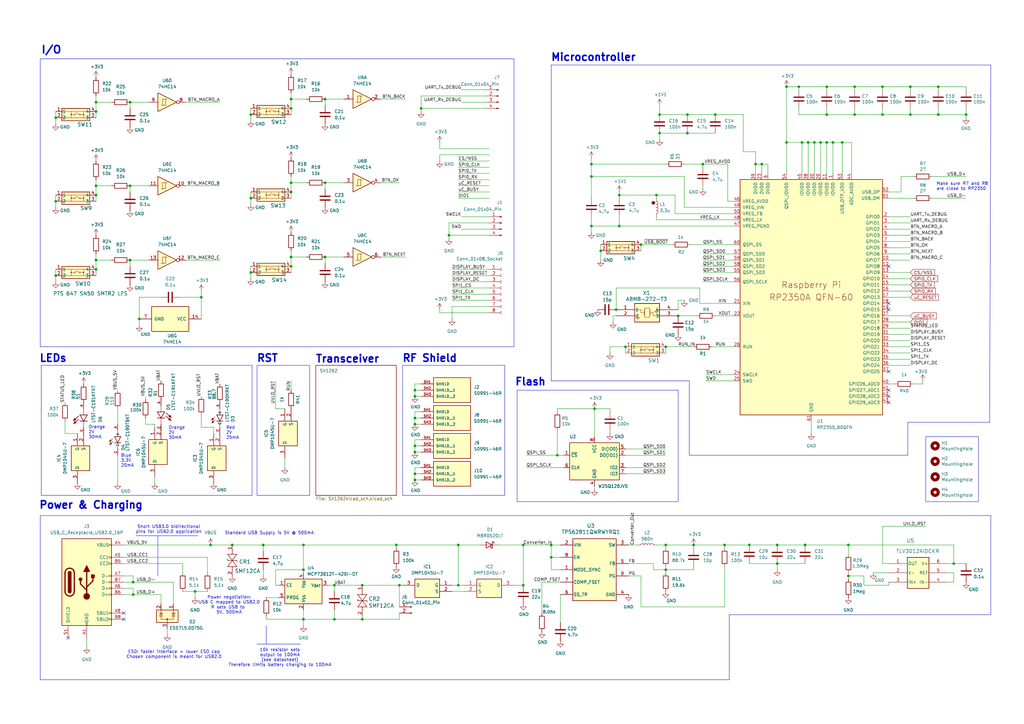
<source format=kicad_sch>
(kicad_sch (version 20231120) (generator "eeschema") (generator_version "8.0")
  (paper "A3")
  (title_block (title "VoidLink") (rev "2.0") (company "RF Doom"))
  (junction (at 54.61 243.84))
  (junction (at 336.55 58.42))
  (junction (at 350.52 35.56))
  (junction (at 172.72 44.45))
  (junction (at 102.87 81.28))
  (junction (at 124.46 233.68))
  (junction (at 133.35 40.64))
  (junction (at 53.34 76.2))
  (junction (at 361.95 46.99))
  (junction (at 273.05 142.24))
  (junction (at 39.37 110.49))
  (junction (at 148.59 254))
  (junction (at 137.16 240.03))
  (junction (at 133.35 105.41))
  (junction (at 133.35 74.93))
  (junction (at 347.98 223.52))
  (junction (at 284.48 223.52))
  (junction (at 318.77 231.14))
  (junction (at 119.38 44.45))
  (junction (at 242.57 72.39))
  (junction (at 347.98 236.22))
  (junction (at 39.37 76.2))
  (junction (at 163.83 240.03))
  (junction (at 170.18 182.88))
  (junction (at 187.96 223.52))
  (junction (at 119.38 74.93))
  (junction (at 226.06 223.52))
  (junction (at 57.15 130.81))
  (junction (at 391.16 231.14))
  (junction (at 361.95 35.56))
  (junction (at 53.34 41.91))
  (junction (at 330.2 223.52))
  (junction (at 297.18 223.52))
  (junction (at 22.86 113.03))
  (junction (at 214.63 223.52))
  (junction (at 170.18 196.85))
  (junction (at 228.6 186.69))
  (junction (at 39.37 45.72))
  (junction (at 281.94 46.99))
  (junction (at 86.36 223.52))
  (junction (at 345.44 58.42))
  (junction (at 254 80.01))
  (junction (at 339.09 58.42))
  (junction (at 226.06 228.6))
  (junction (at 350.52 46.99))
  (junction (at 331.47 58.42))
  (junction (at 327.66 35.56))
  (junction (at 339.09 35.56))
  (junction (at 334.01 58.42))
  (junction (at 269.24 80.01))
  (junction (at 39.37 106.68))
  (junction (at 119.38 78.74))
  (junction (at 187.96 240.03))
  (junction (at 246.38 102.87))
  (junction (at 328.93 58.42))
  (junction (at 256.54 142.24))
  (junction (at 184.15 96.52))
  (junction (at 137.16 254))
  (junction (at 39.37 41.91))
  (junction (at 270.51 46.99))
  (junction (at 242.57 67.31))
  (junction (at 119.38 109.22))
  (junction (at 242.57 92.71))
  (junction (at 39.37 80.01))
  (junction (at 270.51 54.61))
  (junction (at 124.46 223.52))
  (junction (at 162.56 223.52))
  (junction (at 170.18 185.42))
  (junction (at 54.61 238.76))
  (junction (at 252.73 127))
  (junction (at 273.05 233.68))
  (junction (at 170.18 173.99))
  (junction (at 102.87 111.76))
  (junction (at 384.81 35.56))
  (junction (at 102.87 46.99))
  (junction (at 322.58 58.42))
  (junction (at 82.55 121.92))
  (junction (at 373.38 46.99))
  (junction (at 318.77 223.52))
  (junction (at 293.37 46.99))
  (junction (at 322.58 35.56))
  (junction (at 95.25 223.52))
  (junction (at 170.18 162.56))
  (junction (at 307.34 223.52))
  (junction (at 278.13 129.54))
  (junction (at 309.88 67.31))
  (junction (at 312.42 67.31))
  (junction (at 281.94 54.61))
  (junction (at 148.59 240.03))
  (junction (at 339.09 46.99))
  (junction (at 262.89 100.33))
  (junction (at 170.18 171.45))
  (junction (at 22.86 82.55))
  (junction (at 124.46 254))
  (junction (at 170.18 194.31))
  (junction (at 119.38 105.41))
  (junction (at 53.34 106.68))
  (junction (at 254 92.71))
  (junction (at 80.01 242.57))
  (junction (at 396.24 46.99))
  (junction (at 373.38 35.56))
  (junction (at 384.81 46.99))
  (junction (at 22.86 48.26))
  (junction (at 243.84 167.64))
  (junction (at 107.95 223.52))
  (junction (at 288.29 67.31))
  (junction (at 119.38 40.64))
  (junction (at 170.18 160.02))
  (junction (at 273.05 223.52))
  (junction (at 341.63 58.42))
  (junction (at 214.63 240.03))
  (no_connect (at 364.49 124.46))
  (no_connect (at 27.94 261.62))
  (no_connect (at 50.8 254))
  (no_connect (at 50.8 251.46))
  (no_connect (at 364.49 162.56))
  (no_connect (at 364.49 165.1))
  (no_connect (at 364.49 152.4))
  (no_connect (at 364.49 127))
  (no_connect (at 364.49 160.02))
  (no_connect (at 364.49 109.22))
  (wire (pts (xy 384.81 44.45) (xy 384.81 46.99)))
  (wire (pts (xy 273.05 142.24) (xy 273.05 144.78)))
  (wire (pts (xy 369.57 72.39) (xy 374.65 72.39)))
  (wire (pts (xy 364.49 99.06) (xy 373.38 99.06)))
  (wire (pts (xy 339.09 35.56) (xy 350.52 35.56)))
  (wire (pts (xy 134.62 240.03) (xy 137.16 240.03)))
  (wire (pts (xy 350.52 36.83) (xy 350.52 35.56)))
  (wire (pts (xy 373.38 46.99) (xy 361.95 46.99)))
  (wire (pts (xy 214.63 223.52) (xy 226.06 223.52)))
  (polyline (pts (xy 406.4 26.67) (xy 405.892 173.228)))
  (wire (pts (xy 107.95 223.52) (xy 107.95 226.06)))
  (wire (pts (xy 50.8 241.3) (xy 54.61 241.3)))
  (wire (pts (xy 297.18 223.52) (xy 297.18 224.79)))
  (wire (pts (xy 327.66 44.45) (xy 327.66 46.99)))
  (wire (pts (xy 200.66 88.9) (xy 189.23 88.9)))
  (wire (pts (xy 102.87 46.99) (xy 102.87 49.53)))
  (wire (pts (xy 345.44 71.12) (xy 345.44 58.42)))
  (wire (pts (xy 281.94 54.61) (xy 293.37 54.61)))
  (wire (pts (xy 187.96 68.58) (xy 200.66 68.58)))
  (wire (pts (xy 270.51 54.61) (xy 270.51 57.15)))
  (wire (pts (xy 364.49 106.68) (xy 373.38 106.68)))
  (wire (pts (xy 269.24 90.17) (xy 300.99 90.17)))
  (wire (pts (xy 124.46 223.52) (xy 162.56 223.52)))
  (wire (pts (xy 80.01 242.57) (xy 80.01 245.11)))
  (wire (pts (xy 119.38 40.64) (xy 119.38 44.45)))
  (wire (pts (xy 57.15 121.92) (xy 57.15 130.81)))
  (wire (pts (xy 309.88 62.23) (xy 309.88 67.31)))
  (wire (pts (xy 364.49 134.62) (xy 373.38 134.62)))
  (wire (pts (xy 107.95 223.52) (xy 124.46 223.52)))
  (wire (pts (xy 284.48 223.52) (xy 284.48 224.79)))
  (wire (pts (xy 228.6 176.53) (xy 228.6 186.69)))
  (wire (pts (xy 288.29 111.76) (xy 300.99 111.76)))
  (wire (pts (xy 133.35 105.41) (xy 133.35 107.95)))
  (wire (pts (xy 361.95 44.45) (xy 361.95 46.99)))
  (wire (pts (xy 364.49 119.38) (xy 373.38 119.38)))
  (wire (pts (xy 388.62 234.95) (xy 391.16 234.95)))
  (polyline (pts (xy 299.085 252.095) (xy 299.085 255.905)))
  (wire (pts (xy 31.75 177.8) (xy 26.67 177.8)))
  (wire (pts (xy 327.66 36.83) (xy 327.66 35.56)))
  (wire (pts (xy 185.42 240.03) (xy 187.96 240.03)))
  (wire (pts (xy 50.8 236.22) (xy 54.61 236.22)))
  (wire (pts (xy 26.67 172.72) (xy 26.67 177.8)))
  (wire (pts (xy 373.38 36.83) (xy 373.38 35.56)))
  (wire (pts (xy 289.56 156.21) (xy 300.99 156.21)))
  (wire (pts (xy 361.95 231.14) (xy 361.95 215.9)))
  (wire (pts (xy 364.49 121.92) (xy 373.38 121.92)))
  (wire (pts (xy 54.61 238.76) (xy 71.12 238.76)))
  (wire (pts (xy 170.18 182.88) (xy 170.18 180.34)))
  (wire (pts (xy 364.49 137.16) (xy 373.38 137.16)))
  (wire (pts (xy 48.26 186.69) (xy 48.26 198.12)))
  (wire (pts (xy 95.25 223.52) (xy 107.95 223.52)))
  (wire (pts (xy 228.6 167.64) (xy 243.84 167.64)))
  (wire (pts (xy 262.89 236.22) (xy 262.89 248.92)))
  (wire (pts (xy 45.72 106.68) (xy 39.37 106.68)))
  (wire (pts (xy 60.96 106.68) (xy 53.34 106.68)))
  (wire (pts (xy 148.59 240.03) (xy 163.83 240.03)))
  (wire (pts (xy 354.33 240.03) (xy 354.33 236.22)))
  (wire (pts (xy 318.77 231.14) (xy 330.2 231.14)))
  (wire (pts (xy 304.8 46.99) (xy 304.8 62.23)))
  (wire (pts (xy 54.61 236.22) (xy 54.61 238.76)))
  (polyline (pts (xy 226.06 26.67) (xy 226.06 156.21)))
  (wire (pts (xy 270.51 43.18) (xy 270.51 46.99)))
  (wire (pts (xy 347.98 223.52) (xy 347.98 227.33)))
  (wire (pts (xy 322.58 35.56) (xy 322.58 58.42)))
  (wire (pts (xy 66.04 121.92) (xy 57.15 121.92)))
  (wire (pts (xy 22.86 113.03) (xy 22.86 115.57)))
  (wire (pts (xy 137.16 240.03) (xy 137.16 242.57)))
  (wire (pts (xy 68.58 257.81) (xy 68.58 260.35)))
  (wire (pts (xy 180.34 63.5) (xy 200.66 63.5)))
  (wire (pts (xy 284.48 233.68) (xy 284.48 232.41)))
  (wire (pts (xy 170.18 191.77) (xy 172.72 191.77)))
  (wire (pts (xy 39.37 110.49) (xy 39.37 113.03)))
  (polyline (pts (xy 16.51 211.455) (xy 16.51 278.765)))
  (polyline (pts (xy 372.364 173.228) (xy 405.892 173.228)))
  (wire (pts (xy 293.37 129.54) (xy 300.99 129.54)))
  (wire (pts (xy 378.46 156.21) (xy 378.46 157.48)))
  (wire (pts (xy 102.87 44.45) (xy 102.87 46.99)))
  (wire (pts (xy 281.94 46.99) (xy 293.37 46.99)))
  (wire (pts (xy 39.37 106.68) (xy 39.37 104.14)))
  (wire (pts (xy 252.73 129.54) (xy 251.46 129.54)))
  (wire (pts (xy 163.83 251.46) (xy 163.83 254)))
  (wire (pts (xy 304.8 62.23) (xy 309.88 62.23)))
  (wire (pts (xy 137.16 254) (xy 137.16 250.19)))
  (wire (pts (xy 228.6 186.69) (xy 231.14 186.69)))
  (polyline (pts (xy 16.51 211.455) (xy 406.4 211.455)))
  (wire (pts (xy 288.29 67.31) (xy 288.29 68.58)))
  (wire (pts (xy 284.48 223.52) (xy 297.18 223.52)))
  (wire (pts (xy 76.2 76.2) (xy 90.17 76.2)))
  (wire (pts (xy 187.96 73.66) (xy 200.66 73.66)))
  (wire (pts (xy 196.85 223.52) (xy 187.96 223.52)))
  (wire (pts (xy 276.86 87.63) (xy 276.86 80.01)))
  (wire (pts (xy 364.49 93.98) (xy 373.38 93.98)))
  (wire (pts (xy 322.58 58.42) (xy 328.93 58.42)))
  (wire (pts (xy 267.97 233.68) (xy 267.97 231.14)))
  (wire (pts (xy 85.09 228.6) (xy 85.09 234.95)))
  (wire (pts (xy 187.96 66.04) (xy 200.66 66.04)))
  (wire (pts (xy 140.97 40.64) (xy 133.35 40.64)))
  (wire (pts (xy 226.06 228.6) (xy 226.06 233.68)))
  (wire (pts (xy 66.04 243.84) (xy 66.04 247.65)))
  (wire (pts (xy 347.98 236.22) (xy 347.98 237.49)))
  (wire (pts (xy 125.73 74.93) (xy 119.38 74.93)))
  (wire (pts (xy 170.18 162.56) (xy 172.72 162.56)))
  (wire (pts (xy 180.34 128.27) (xy 200.66 128.27)))
  (wire (pts (xy 124.46 233.68) (xy 124.46 223.52)))
  (polyline (pts (xy 406.4 252.095) (xy 406.4 211.455)))
  (wire (pts (xy 148.59 252.73) (xy 148.59 254)))
  (wire (pts (xy 331.47 58.42) (xy 334.01 58.42)))
  (wire (pts (xy 256.54 191.77) (xy 273.05 191.77)))
  (wire (pts (xy 391.16 234.95) (xy 391.16 238.76)))
  (wire (pts (xy 185.42 118.11) (xy 200.66 118.11)))
  (wire (pts (xy 273.05 233.68) (xy 267.97 233.68)))
  (wire (pts (xy 215.9 191.77) (xy 231.14 191.77)))
  (wire (pts (xy 242.57 67.31) (xy 242.57 72.39)))
  (wire (pts (xy 384.81 46.99) (xy 396.24 46.99)))
  (wire (pts (xy 156.21 74.93) (xy 163.83 74.93)))
  (wire (pts (xy 280.67 67.31) (xy 288.29 67.31)))
  (wire (pts (xy 243.84 167.64) (xy 243.84 179.07)))
  (wire (pts (xy 297.18 223.52) (xy 307.34 223.52)))
  (wire (pts (xy 214.63 240.03) (xy 210.82 240.03)))
  (wire (pts (xy 228.6 168.91) (xy 228.6 167.64)))
  (wire (pts (xy 373.38 35.56) (xy 384.81 35.56)))
  (wire (pts (xy 242.57 67.31) (xy 273.05 67.31)))
  (wire (pts (xy 222.25 238.76) (xy 222.25 251.46)))
  (wire (pts (xy 254 81.28) (xy 254 80.01)))
  (wire (pts (xy 66.04 176.53) (xy 66.04 175.26)))
  (wire (pts (xy 327.66 35.56) (xy 339.09 35.56)))
  (wire (pts (xy 109.22 245.11) (xy 114.3 245.11)))
  (wire (pts (xy 384.81 46.99) (xy 373.38 46.99)))
  (wire (pts (xy 170.18 168.91) (xy 172.72 168.91)))
  (wire (pts (xy 269.24 90.17) (xy 269.24 88.9)))
  (wire (pts (xy 119.38 40.64) (xy 119.38 38.1)))
  (wire (pts (xy 254 80.01) (xy 269.24 80.01)))
  (wire (pts (xy 170.18 160.02) (xy 170.18 157.48)))
  (wire (pts (xy 396.24 44.45) (xy 396.24 46.99)))
  (wire (pts (xy 364.49 78.74) (xy 369.57 78.74)))
  (wire (pts (xy 349.25 58.42) (xy 349.25 71.12)))
  (wire (pts (xy 172.72 39.37) (xy 172.72 44.45)))
  (wire (pts (xy 71.12 238.76) (xy 71.12 247.65)))
  (wire (pts (xy 364.49 240.03) (xy 354.33 240.03)))
  (wire (pts (xy 162.56 223.52) (xy 162.56 224.79)))
  (wire (pts (xy 39.37 41.91) (xy 39.37 39.37)))
  (wire (pts (xy 347.98 223.52) (xy 391.16 223.52)))
  (wire (pts (xy 163.83 240.03) (xy 165.1 240.03)))
  (wire (pts (xy 269.24 80.01) (xy 269.24 81.28)))
  (wire (pts (xy 76.2 106.68) (xy 90.17 106.68)))
  (wire (pts (xy 278.13 123.19) (xy 280.67 123.19)))
  (wire (pts (xy 382.27 81.28) (xy 396.24 81.28)))
  (wire (pts (xy 184.15 96.52) (xy 184.15 97.79)))
  (wire (pts (xy 283.21 100.33) (xy 300.99 100.33)))
  (wire (pts (xy 262.89 100.33) (xy 262.89 102.87)))
  (wire (pts (xy 39.37 80.01) (xy 39.37 82.55)))
  (wire (pts (xy 200.66 71.12) (xy 187.96 71.12)))
  (wire (pts (xy 76.2 41.91) (xy 90.17 41.91)))
  (wire (pts (xy 39.37 106.68) (xy 39.37 110.49)))
  (wire (pts (xy 59.69 173.99) (xy 59.69 171.45)))
  (wire (pts (xy 119.38 160.02) (xy 119.38 156.21)))
  (wire (pts (xy 102.87 109.22) (xy 102.87 111.76)))
  (wire (pts (xy 307.34 223.52) (xy 318.77 223.52)))
  (wire (pts (xy 200.66 91.44) (xy 184.15 91.44)))
  (wire (pts (xy 391.16 223.52) (xy 391.16 231.14)))
  (wire (pts (xy 350.52 46.99) (xy 339.09 46.99)))
  (wire (pts (xy 189.23 36.83) (xy 199.39 36.83)))
  (wire (pts (xy 341.63 58.42) (xy 341.63 71.12)))
  (wire (pts (xy 124.46 250.19) (xy 124.46 254)))
  (wire (pts (xy 102.87 78.74) (xy 102.87 81.28)))
  (wire (pts (xy 361.95 46.99) (xy 350.52 46.99)))
  (wire (pts (xy 288.29 77.47) (xy 288.29 76.2)))
  (wire (pts (xy 332.74 172.72) (xy 332.74 177.8)))
  (wire (pts (xy 350.52 44.45) (xy 350.52 46.99)))
  (polyline (pts (xy 299.085 278.765) (xy 299.085 255.905)))
  (wire (pts (xy 287.02 124.46) (xy 287.02 118.11)))
  (wire (pts (xy 330.2 223.52) (xy 347.98 223.52)))
  (wire (pts (xy 307.34 231.14) (xy 318.77 231.14)))
  (wire (pts (xy 361.95 231.14) (xy 364.49 231.14)))
  (wire (pts (xy 45.72 76.2) (xy 39.37 76.2)))
  (wire (pts (xy 273.05 223.52) (xy 273.05 224.79)))
  (wire (pts (xy 364.49 149.86) (xy 373.38 149.86)))
  (wire (pts (xy 119.38 105.41) (xy 119.38 102.87)))
  (wire (pts (xy 273.05 142.24) (xy 284.48 142.24)))
  (wire (pts (xy 278.13 127) (xy 278.13 123.19)))
  (polyline (pts (xy 282.702 186.69) (xy 372.364 186.69)))
  (wire (pts (xy 125.73 40.64) (xy 119.38 40.64)))
  (wire (pts (xy 119.38 109.22) (xy 119.38 111.76)))
  (wire (pts (xy 364.49 144.78) (xy 373.38 144.78)))
  (wire (pts (xy 170.18 194.31) (xy 170.18 191.77)))
  (wire (pts (xy 364.49 240.03) (xy 364.49 238.76)))
  (wire (pts (xy 54.61 241.3) (xy 54.61 243.84)))
  (wire (pts (xy 185.42 123.19) (xy 200.66 123.19)))
  (wire (pts (xy 257.81 231.14) (xy 267.97 231.14)))
  (wire (pts (xy 361.95 215.9) (xy 379.73 215.9)))
  (wire (pts (xy 364.49 132.08) (xy 373.38 132.08)))
  (wire (pts (xy 74.93 242.57) (xy 80.01 242.57)))
  (wire (pts (xy 116.84 191.77) (xy 116.84 187.96)))
  (wire (pts (xy 364.49 111.76) (xy 373.38 111.76)))
  (wire (pts (xy 246.38 100.33) (xy 246.38 102.87)))
  (wire (pts (xy 187.96 240.03) (xy 190.5 240.03)))
  (wire (pts (xy 133.35 74.93) (xy 133.35 77.47)))
  (wire (pts (xy 214.63 223.52) (xy 214.63 240.03)))
  (wire (pts (xy 60.96 41.91) (xy 53.34 41.91)))
  (wire (pts (xy 22.86 48.26) (xy 22.86 50.8)))
  (wire (pts (xy 242.57 72.39) (xy 280.67 72.39)))
  (polyline (pts (xy 109.22 256.54) (xy 109.22 264.16)))
  (wire (pts (xy 388.62 231.14) (xy 391.16 231.14)))
  (wire (pts (xy 339.09 58.42) (xy 341.63 58.42)))
  (wire (pts (xy 54.61 243.84) (xy 66.04 243.84)))
  (wire (pts (xy 339.09 71.12) (xy 339.09 58.42)))
  (wire (pts (xy 39.37 76.2) (xy 39.37 80.01)))
  (wire (pts (xy 86.36 223.52) (xy 95.25 223.52)))
  (wire (pts (xy 50.8 238.76) (xy 54.61 238.76)))
  (wire (pts (xy 59.69 173.99) (xy 63.5 173.99)))
  (wire (pts (xy 361.95 35.56) (xy 373.38 35.56)))
  (wire (pts (xy 242.57 92.71) (xy 254 92.71)))
  (wire (pts (xy 125.73 105.41) (xy 119.38 105.41)))
  (wire (pts (xy 172.72 44.45) (xy 199.39 44.45)))
  (wire (pts (xy 396.24 36.83) (xy 396.24 35.56)))
  (wire (pts (xy 298.45 67.31) (xy 298.45 82.55)))
  (wire (pts (xy 185.42 120.65) (xy 200.66 120.65)))
  (wire (pts (xy 358.14 234.95) (xy 364.49 234.95)))
  (wire (pts (xy 170.18 182.88) (xy 172.72 182.88)))
  (wire (pts (xy 292.1 142.24) (xy 300.99 142.24)))
  (wire (pts (xy 339.09 36.83) (xy 339.09 35.56)))
  (wire (pts (xy 288.29 104.14) (xy 300.99 104.14)))
  (wire (pts (xy 229.87 233.68) (xy 226.06 233.68)))
  (wire (pts (xy 113.03 233.68) (xy 124.46 233.68)))
  (wire (pts (xy 39.37 41.91) (xy 39.37 45.72)))
  (wire (pts (xy 364.49 114.3) (xy 373.38 114.3)))
  (wire (pts (xy 312.42 67.31) (xy 312.42 71.12)))
  (wire (pts (xy 156.21 105.41) (xy 166.37 105.41)))
  (wire (pts (xy 170.18 160.02) (xy 172.72 160.02)))
  (wire (pts (xy 180.34 60.96) (xy 200.66 60.96)))
  (wire (pts (xy 180.34 66.04) (xy 180.34 63.5)))
  (wire (pts (xy 256.54 142.24) (xy 256.54 144.78)))
  (wire (pts (xy 364.49 91.44) (xy 373.38 91.44)))
  (wire (pts (xy 229.87 238.76) (xy 222.25 238.76)))
  (wire (pts (xy 87.63 175.26) (xy 82.55 175.26)))
  (wire (pts (xy 187.96 223.52) (xy 187.96 240.03)))
  (wire (pts (xy 256.54 184.15) (xy 273.05 184.15)))
  (polyline (pts (xy 16.51 278.765) (xy 299.085 278.765)))
  (wire (pts (xy 309.88 67.31) (xy 312.42 67.31)))
  (polyline (pts (xy 226.06 26.67) (xy 406.4 26.67)))
  (wire (pts (xy 288.29 106.68) (xy 300.99 106.68)))
  (wire (pts (xy 35.56 265.43) (xy 35.56 261.62)))
  (wire (pts (xy 331.47 71.12) (xy 331.47 58.42)))
  (wire (pts (xy 185.42 125.73) (xy 200.66 125.73)))
  (wire (pts (xy 172.72 44.45) (xy 172.72 45.72)))
  (wire (pts (xy 250.19 142.24) (xy 250.19 144.78)))
  (wire (pts (xy 63.5 195.58) (xy 63.5 198.12)))
  (wire (pts (xy 185.42 130.81) (xy 185.42 125.73)))
  (wire (pts (xy 229.87 243.84) (xy 229.87 255.27)))
  (wire (pts (xy 242.57 88.9) (xy 242.57 92.71)))
  (wire (pts (xy 180.34 127) (xy 180.34 128.27)))
  (wire (pts (xy 163.83 240.03) (xy 163.83 248.92)))
  (wire (pts (xy 273.05 223.52) (xy 284.48 223.52)))
  (wire (pts (xy 170.18 171.45) (xy 172.72 171.45)))
  (wire (pts (xy 334.01 71.12) (xy 334.01 58.42)))
  (wire (pts (xy 364.49 142.24) (xy 373.38 142.24)))
  (wire (pts (xy 200.66 93.98) (xy 189.23 93.98)))
  (wire (pts (xy 170.18 196.85) (xy 172.72 196.85)))
  (wire (pts (xy 226.06 228.6) (xy 226.06 223.52)))
  (wire (pts (xy 250.19 176.53) (xy 250.19 177.8)))
  (wire (pts (xy 262.89 248.92) (xy 297.18 248.92)))
  (wire (pts (xy 124.46 254) (xy 124.46 256.54)))
  (wire (pts (xy 336.55 71.12) (xy 336.55 58.42)))
  (wire (pts (xy 59.69 162.56) (xy 59.69 163.83)))
  (wire (pts (xy 133.35 40.64) (xy 133.35 43.18)))
  (wire (pts (xy 354.33 236.22) (xy 347.98 236.22)))
  (wire (pts (xy 364.49 129.54) (xy 373.38 129.54)))
  (wire (pts (xy 364.49 88.9) (xy 373.38 88.9)))
  (wire (pts (xy 256.54 194.31) (xy 273.05 194.31)))
  (wire (pts (xy 80.01 242.57) (xy 85.09 242.57)))
  (wire (pts (xy 288.29 115.57) (xy 300.99 115.57)))
  (polyline (pts (xy 299.085 252.095) (xy 406.4 252.095)))
  (wire (pts (xy 57.15 130.81) (xy 57.15 133.35)))
  (polyline (pts (xy 55.753 219.71) (xy 81.153 219.71)))
  (wire (pts (xy 391.16 231.14) (xy 396.24 231.14)))
  (wire (pts (xy 339.09 44.45) (xy 339.09 46.99)))
  (wire (pts (xy 257.81 223.52) (xy 261.62 223.52)))
  (wire (pts (xy 250.19 142.24) (xy 256.54 142.24)))
  (polyline (pts (xy 282.702 156.21) (xy 226.06 156.21)))
  (wire (pts (xy 288.29 67.31) (xy 298.45 67.31)))
  (wire (pts (xy 22.86 80.01) (xy 22.86 82.55)))
  (wire (pts (xy 22.86 45.72) (xy 22.86 48.26)))
  (wire (pts (xy 297.18 232.41) (xy 297.18 248.92)))
  (wire (pts (xy 170.18 173.99) (xy 172.72 173.99)))
  (wire (pts (xy 215.9 186.69) (xy 228.6 186.69)))
  (wire (pts (xy 378.46 157.48) (xy 374.65 157.48)))
  (wire (pts (xy 187.96 81.28) (xy 200.66 81.28)))
  (wire (pts (xy 22.86 82.55) (xy 22.86 85.09)))
  (wire (pts (xy 185.42 113.03) (xy 200.66 113.03)))
  (wire (pts (xy 102.87 111.76) (xy 102.87 114.3)))
  (wire (pts (xy 373.38 44.45) (xy 373.38 46.99)))
  (wire (pts (xy 369.57 72.39) (xy 369.57 78.74)))
  (wire (pts (xy 124.46 254) (xy 137.16 254)))
  (wire (pts (xy 270.51 54.61) (xy 281.94 54.61)))
  (wire (pts (xy 339.09 46.99) (xy 327.66 46.99)))
  (wire (pts (xy 107.95 233.68) (xy 107.95 236.22)))
  (wire (pts (xy 364.49 101.6) (xy 373.38 101.6)))
  (wire (pts (xy 246.38 106.68) (xy 246.38 102.87)))
  (wire (pts (xy 314.96 67.31) (xy 314.96 71.12)))
  (wire (pts (xy 119.38 74.93) (xy 119.38 72.39)))
  (wire (pts (xy 87.63 177.8) (xy 87.63 175.26)))
  (wire (pts (xy 364.49 104.14) (xy 373.38 104.14)))
  (wire (pts (xy 156.21 40.64) (xy 166.37 40.64)))
  (wire (pts (xy 270.51 46.99) (xy 281.94 46.99)))
  (wire (pts (xy 289.56 153.67) (xy 300.99 153.67)))
  (wire (pts (xy 187.96 76.2) (xy 200.66 76.2)))
  (wire (pts (xy 82.55 130.81) (xy 82.55 121.92)))
  (wire (pts (xy 350.52 35.56) (xy 361.95 35.56)))
  (wire (pts (xy 293.37 46.99) (xy 304.8 46.99)))
  (wire (pts (xy 170.18 194.31) (xy 172.72 194.31)))
  (wire (pts (xy 252.73 118.11) (xy 252.73 127)))
  (wire (pts (xy 334.01 58.42) (xy 336.55 58.42)))
  (wire (pts (xy 60.96 76.2) (xy 53.34 76.2)))
  (wire (pts (xy 256.54 186.69) (xy 273.05 186.69)))
  (wire (pts (xy 318.77 231.14) (xy 318.77 233.68)))
  (polyline (pts (xy 372.364 186.69) (xy 372.364 173.228)))
  (wire (pts (xy 242.57 92.71) (xy 242.57 95.25)))
  (wire (pts (xy 364.49 139.7) (xy 373.38 139.7)))
  (wire (pts (xy 336.55 58.42) (xy 339.09 58.42)))
  (wire (pts (xy 322.58 35.56) (xy 327.66 35.56)))
  (wire (pts (xy 322.58 58.42) (xy 322.58 71.12)))
  (wire (pts (xy 170.18 196.85) (xy 170.18 194.31)))
  (wire (pts (xy 257.81 236.22) (xy 262.89 236.22)))
  (wire (pts (xy 242.57 64.77) (xy 242.57 67.31)))
  (wire (pts (xy 345.44 58.42) (xy 349.25 58.42)))
  (wire (pts (xy 170.18 162.56) (xy 170.18 160.02)))
  (wire (pts (xy 243.84 199.39) (xy 243.84 200.66)))
  (wire (pts (xy 384.81 35.56) (xy 396.24 35.56)))
  (wire (pts (xy 287.02 118.11) (xy 252.73 118.11)))
  (wire (pts (xy 82.55 170.18) (xy 82.55 175.26)))
  (wire (pts (xy 287.02 124.46) (xy 300.99 124.46)))
  (wire (pts (xy 148.59 254) (xy 163.83 254)))
  (wire (pts (xy 384.81 36.83) (xy 384.81 35.56)))
  (wire (pts (xy 53.34 106.68) (xy 53.34 109.22)))
  (wire (pts (xy 318.77 223.52) (xy 330.2 223.52)))
  (wire (pts (xy 113.03 156.21) (xy 113.03 167.64)))
  (wire (pts (xy 74.93 234.95) (xy 74.93 231.14)))
  (wire (pts (xy 170.18 157.48) (xy 172.72 157.48)))
  (wire (pts (xy 50.8 243.84) (xy 54.61 243.84)))
  (wire (pts (xy 341.63 58.42) (xy 345.44 58.42)))
  (wire (pts (xy 328.93 58.42) (xy 331.47 58.42)))
  (wire (pts (xy 48.26 167.64) (xy 48.26 173.99)))
  (wire (pts (xy 396.24 46.99) (xy 396.24 48.26)))
  (wire (pts (xy 114.3 240.03) (xy 113.03 240.03)))
  (wire (pts (xy 273.05 233.68) (xy 284.48 233.68)))
  (wire (pts (xy 170.18 185.42) (xy 170.18 182.88)))
  (wire (pts (xy 170.18 180.34) (xy 172.72 180.34)))
  (wire (pts (xy 170.18 171.45) (xy 170.18 168.91)))
  (polyline (pts (xy 105.41 264.16) (xy 123.19 264.16)))
  (wire (pts (xy 312.42 67.31) (xy 314.96 67.31)))
  (wire (pts (xy 280.67 85.09) (xy 300.99 85.09)))
  (wire (pts (xy 226.06 223.52) (xy 229.87 223.52)))
  (wire (pts (xy 364.49 96.52) (xy 373.38 96.52)))
  (wire (pts (xy 309.88 67.31) (xy 309.88 71.12)))
  (wire (pts (xy 119.38 78.74) (xy 119.38 81.28)))
  (wire (pts (xy 187.96 78.74) (xy 200.66 78.74)))
  (wire (pts (xy 204.47 223.52) (xy 214.63 223.52)))
  (wire (pts (xy 82.55 119.38) (xy 82.55 121.92)))
  (wire (pts (xy 200.66 96.52) (xy 184.15 96.52)))
  (wire (pts (xy 119.38 44.45) (xy 119.38 46.99)))
  (wire (pts (xy 53.34 41.91) (xy 53.34 44.45)))
  (wire (pts (xy 172.72 39.37) (xy 199.39 39.37)))
  (wire (pts (xy 364.49 116.84) (xy 373.38 116.84)))
  (wire (pts (xy 229.87 228.6) (xy 226.06 228.6)))
  (wire (pts (xy 45.72 41.91) (xy 39.37 41.91)))
  (wire (pts (xy 300.99 87.63) (xy 276.86 87.63)))
  (wire (pts (xy 50.8 228.6) (xy 85.09 228.6)))
  (wire (pts (xy 280.67 72.39) (xy 280.67 85.09)))
  (wire (pts (xy 364.49 157.48) (xy 367.03 157.48)))
  (wire (pts (xy 288.29 109.22) (xy 300.99 109.22)))
  (wire (pts (xy 328.93 71.12) (xy 328.93 58.42)))
  (wire (pts (xy 388.62 238.76) (xy 391.16 238.76)))
  (wire (pts (xy 109.22 252.73) (xy 109.22 254)))
  (wire (pts (xy 185.42 110.49) (xy 200.66 110.49)))
  (wire (pts (xy 250.19 167.64) (xy 243.84 167.64)))
  (wire (pts (xy 269.24 223.52) (xy 273.05 223.52)))
  (wire (pts (xy 189.23 41.91) (xy 199.39 41.91)))
  (wire (pts (xy 382.27 72.39) (xy 396.24 72.39)))
  (wire (pts (xy 39.37 76.2) (xy 39.37 73.66)))
  (wire (pts (xy 273.05 233.68) (xy 273.05 234.95)))
  (wire (pts (xy 170.18 185.42) (xy 172.72 185.42)))
  (wire (pts (xy 119.38 105.41) (xy 119.38 109.22)))
  (wire (pts (xy 124.46 234.95) (xy 124.46 233.68)))
  (wire (pts (xy 137.16 254) (xy 148.59 254)))
  (wire (pts (xy 242.57 72.39) (xy 242.57 81.28)))
  (wire (pts (xy 113.03 167.64) (xy 116.84 167.64)))
  (wire (pts (xy 102.87 81.28) (xy 102.87 83.82)))
  (wire (pts (xy 185.42 115.57) (xy 200.66 115.57)))
  (wire (pts (xy 364.49 81.28) (xy 374.65 81.28)))
  (wire (pts (xy 50.8 223.52) (xy 86.36 223.52)))
  (wire (pts (xy 364.49 147.32) (xy 373.38 147.32)))
  (wire (pts (xy 63.5 173.99) (xy 63.5 175.26)))
  (wire (pts (xy 140.97 74.93) (xy 133.35 74.93)))
  (wire (pts (xy 185.42 242.57) (xy 190.5 242.57)))
  (wire (pts (xy 273.05 232.41) (xy 273.05 233.68)))
  (wire (pts (xy 53.34 76.2) (xy 53.34 78.74)))
  (wire (pts (xy 278.13 129.54) (xy 285.75 129.54)))
  (wire (pts (xy 39.37 45.72) (xy 39.37 48.26)))
  (wire (pts (xy 254 88.9) (xy 254 92.71)))
  (wire (pts (xy 180.34 58.42) (xy 180.34 60.96)))
  (wire (pts (xy 50.8 231.14) (xy 74.93 231.14)))
  (wire (pts (xy 162.56 223.52) (xy 187.96 223.52)))
  (wire (pts (xy 109.22 254) (xy 124.46 254)))
  (wire (pts (xy 276.86 80.01) (xy 269.24 80.01)))
  (wire (pts (xy 170.18 173.99) (xy 170.18 171.45)))
  (wire (pts (xy 82.55 121.92) (xy 73.66 121.92)))
  (wire (pts (xy 184.15 91.44) (xy 184.15 96.52)))
  (wire (pts (xy 254 92.71) (xy 300.99 92.71)))
  (polyline (pts (xy 64.77 236.22) (xy 64.77 219.71)))
  (wire (pts (xy 140.97 105.41) (xy 133.35 105.41)))
  (wire (pts (xy 22.86 110.49) (xy 22.86 113.03)))
  (wire (pts (xy 262.89 100.33) (xy 275.59 100.33)))
  (wire (pts (xy 361.95 36.83) (xy 361.95 35.56)))
  (wire (pts (xy 137.16 240.03) (xy 148.59 240.03)))
  (wire (pts (xy 298.45 82.55) (xy 300.99 82.55)))
  (wire (pts (xy 113.03 240.03) (xy 113.03 233.68)))
  (wire (pts (xy 251.46 129.54) (xy 251.46 132.08)))
  (wire (pts (xy 250.19 168.91) (xy 250.19 167.64)))
  (wire (pts (xy 254 78.74) (xy 254 80.01)))
  (polyline (pts (xy 282.702 186.69) (xy 282.702 156.21)))
  (wire (pts (xy 347.98 234.95) (xy 347.98 236.22)))
  (wire (pts (xy 119.38 74.93) (xy 119.38 78.74)))
  (circle (center 267.97 83.185) (radius 0.635) (stroke (width 0) (color 132 0 0 1)) (fill (type color) (color 132 0 0 1)))
  (rectangle (start 165.1 149.86) (end 207.01 203.2))
  (rectangle (start 212.09 160.02) (end 278.13 205.74))
  (rectangle (start 105.41 149.86) (end 127 203.2))
  (rectangle (start 16.51 24.13) (end 210.82 142.24))
  (rectangle (start 379.73 179.07) (end 401.32 205.74))
  (rectangle (start 16.891 149.86) (end 103.378 203.2))
  (text "Orange\n2V\n30mA" (at 36.322 177.292 0) (effects (font (size 1.27 1.27)) (justify left)))
  (text "Flash" (at 211.074 158.496 0) (effects (font (size 3.048 3.048) (thickness 0.6096) (bold yes)) (justify left bottom)))
  (text "Transceiver" (at 129.286 149.098 0) (effects (font (size 3.048 3.048) (thickness 0.6096) (bold yes)) (justify left bottom)))
  (text "10k resistor sets\noutput to 100mA\n(see datasheet)\nTherefore limits battery charging to 100mA" (at 114.808 269.748 0) (effects (font (size 1.27 1.27))))
  (text "LEDs" (at 16.002 148.844 0) (effects (font (size 3.048 3.048) (thickness 0.6096) (bold yes)) (justify left bottom)))
  (text "Standard USB Supply is 5V @ 500mA" (at 110.49 218.694 0) (effects (font (size 1.27 1.27))))
  (text "RST" (at 105.156 148.844 0) (effects (font (size 3.048 3.048) (thickness 0.6096) (bold yes)) (justify left bottom)))
  (text "RF Shield" (at 164.846 148.844 0) (effects (font (size 3.048 3.048) (thickness 0.6096) (bold yes)) (justify left bottom)))
  (text "Power negotiation:\nUSB C mapped to USB2.0\nR sets USB to \n5V, 500mA" (at 93.98 248.158 0) (effects (font (size 1.27 1.27))))
  (text "ESD: faster interface = lower ESD cap\nChosen component is meant for USB2.0" (at 71.374 268.478 0) (effects (font (size 1.27 1.27))))
  (text "Make sure R7 and R8 \nare close to RP2350\n" (at 384.048 78.232 0) (effects (font (size 1.27 1.27)) (justify left bottom)))
  (text "Short USB3.0 bidirectional\npins for USB2.0 application" (at 69.215 217.17 0) (effects (font (size 1.27 1.27))))
  (text "I/O" (at 16.764 22.352 0) (effects (font (size 3.048 3.048) (thickness 0.6096) (bold yes)) (justify left bottom)))
  (text "Orange\n2V\n30mA" (at 69.088 177.546 0) (effects (font (size 1.27 1.27)) (justify left)))
  (text "Red\n2V\n25mA" (at 92.71 177.546 0) (effects (font (size 1.27 1.27)) (justify left)))
  (text "Power & Charging" (at 37.338 207.264 0) (effects (font (size 3.048 3.048) (thickness 0.6096) (bold yes))))
  (text "Blue\n3.3V\n20mA" (at 49.53 188.976 0) (effects (font (size 1.27 1.27)) (justify left)))
  (text "Microcontroller" (at 225.806 25.4 0) (effects (font (size 3.048 3.048) (thickness 0.6096) (bold yes)) (justify left bottom)))
  (label "UART_Rx_DEBUG" (at 189.23 41.91 180))
  (label "PG" (at 257.81 236.22 0))
  (label "QSPI_SCLK" (at 288.29 115.57 0))
  (label "DISPLAY_DC" (at 185.42 115.57 0))
  (label "SPI0_TX" (at 187.96 71.12 0))
  (label "SPI1_CS" (at 373.38 142.24 0))
  (label "BTN_MACRO_A" (at 373.38 93.98 0))
  (label "CS{slash}NSS" (at 187.96 66.04 0))
  (label "USB_D+" (at 55.88 243.84 0))
  (label "SWD" (at 189.23 93.98 180))
  (label "USB_D-" (at 55.88 238.76 0))
  (label "Converter_Out" (at 260.35 223.52 90))
  (label "QSPI_SD2" (at 288.29 109.22 0))
  (label "QSPI_SD0" (at 288.29 104.14 0))
  (label "~{USB_BOOT}" (at 264.16 100.33 0))
  (label "STATUS_LED" (at 26.67 165.1 90))
  (label "SPI1_CLK" (at 185.42 120.65 0))
  (label "QSPI_SS" (at 288.29 100.33 0))
  (label "UART_Rx_DEBUG" (at 373.38 91.44 0))
  (label "BTN_MACRO_A" (at 90.17 41.91 180))
  (label "STATUS_LED" (at 373.38 134.62 0))
  (label "QSPI_SD1" (at 288.29 106.68 0))
  (label "UART_Tx_DEBUG" (at 189.23 36.83 180))
  (label "UART_Tx_DEBUG" (at 373.38 88.9 0))
  (label "VBUS_5V" (at 59.69 162.56 90))
  (label "DISPLAY_DC" (at 373.38 149.86 0))
  (label "VBAT" (at 90.17 157.48 90))
  (label "VBUS_5V" (at 48.26 160.02 90))
  (label "DISPLAY_RESET" (at 185.42 113.03 0))
  (label "DISPLAY_BUSY" (at 373.38 137.16 0))
  (label "UVLO_RST" (at 82.55 162.56 90))
  (label "BTN_OK" (at 163.83 74.93 180))
  (label "QSPI_SD3" (at 273.05 194.31 180))
  (label "UVLO_RST" (at 379.73 215.9 180))
  (label "QSPI_SCLK" (at 215.9 191.77 0))
  (label "SWD" (at 289.56 156.21 0))
  (label "COMP_FSET" (at 229.87 238.76 180))
  (label "BTN_BACK" (at 166.37 40.64 180))
  (label "BTN_MACRO_B" (at 90.17 76.2 180))
  (label "QSPI_SD3" (at 288.29 111.76 0))
  (label "uC_BUSY" (at 187.96 78.74 0))
  (label "RUN" (at 293.37 142.24 0))
  (label "VBAT" (at 66.04 156.21 90))
  (label "SPI0_CLK" (at 187.96 68.58 0))
  (label "SWCLK" (at 289.56 153.67 0))
  (label "SPI1_TX" (at 373.38 147.32 0))
  (label "DIO1" (at 187.96 81.28 0))
  (label "BTN_MACRO_C" (at 373.38 106.68 0))
  (label "FB" (at 257.81 231.14 0))
  (label "SPI1_CLK" (at 373.38 144.78 0))
  (label "SPI1_TX" (at 185.42 123.19 0))
  (label "VBUS_5V" (at 52.07 223.52 0))
  (label "XIN" (at 294.64 124.46 0))
  (label "QSPI_SS" (at 215.9 186.69 0))
  (label "QSPI_SD0" (at 273.05 184.15 180))
  (label "UVLO_RST" (at 113.03 156.21 270))
  (label "USB_D-" (at 396.24 81.28 180))
  (label "USB_CC1" (at 52.07 228.6 0))
  (label "DISPLAY_BUSY" (at 185.42 110.49 0))
  (label "SPI1_CS" (at 185.42 118.11 0))
  (label "QSPI_SD2" (at 273.05 191.77 180))
  (label "USB_D+" (at 396.24 72.39 180))
  (label "VREG_LX" (at 287.02 90.17 0))
  (label "USB_CC2" (at 52.07 231.14 0))
  (label "BTN_OK" (at 373.38 101.6 0))
  (label "XOUT" (at 294.64 129.54 0))
  (label "BTN_MACRO_B" (at 373.38 96.52 0))
  (label "BTN_NEXT" (at 166.37 105.41 180))
  (label "DISPLAY_RESET" (at 373.38 139.7 0))
  (label "VBAT" (at 137.16 240.03 0))
  (label "QSPI_SD1" (at 273.05 186.69 180))
  (label "uC_RESET" (at 187.96 76.2 0))
  (label "SWCLK" (at 189.23 88.9 180))
  (label "BTN_MACRO_C" (at 90.17 106.68 180))
  (label "SPI0_RX" (at 187.96 73.66 0))
  (label "Converter_In" (at 214.63 223.52 0))
  (label "RUN_IN" (at 278.13 142.24 0))
  (label "RUN" (at 119.38 156.21 270))
  (label "BTN_BACK" (at 373.38 99.06 0))
  (label "VREG_AVDD" (at 288.925 67.31 0))
  (label "BTN_NEXT" (at 373.38 104.14 0))
  (global_label "SPIO_RX" (shape input) (at 373.38 119.38 0) (property "Intersheetrefs" "${INTERSHEET_REFS}" (effects (hide yes))))
  (global_label "uC_RESET" (shape input) (at 373.38 121.92 0) (property "Intersheetrefs" "${INTERSHEET_REFS}" (effects (hide yes))))
  (global_label "uC_BUSY" (shape input) (at 373.38 129.54 0) (property "Intersheetrefs" "${INTERSHEET_REFS}" (effects (hide yes))))
  (global_label "SPI0_TX" (shape input) (at 373.38 116.84 0) (property "Intersheetrefs" "${INTERSHEET_REFS}" (effects (hide yes))))
  (global_label "CS{slash}NSS" (shape input) (at 373.38 111.76 0) (property "Intersheetrefs" "${INTERSHEET_REFS}" (effects (hide yes))))
  (global_label "DIO1" (shape input) (at 373.38 132.08 0) (property "Intersheetrefs" "${INTERSHEET_REFS}" (effects (hide yes))))
  (global_label "SPI0_CLK" (shape input) (at 373.38 114.3 0) (property "Intersheetrefs" "${INTERSHEET_REFS}" (effects (hide yes))))
  (symbol (lib_id "Mechanical:MountingHole") (at 383.54 182.88 0) (unit 1) (in_bom no)
    (property "Reference" "H1" (at 386.08 181.7116 0) (effects (justify left)))
    (property "Value" "MountingHole" (at 386.08 184.023 0) (effects (justify left)))
    (property "Footprint" "MountingHole:MountingHole_2.7mm_M2.5" (effects (hide yes)))
  )
  (symbol (lib_id "My_Library:LTST-C190KRKT") (at 90.17 172.72 90) (unit 1)
    (property "Reference" "D3" (at 95.504 170.434 0) (effects (justify right)))
    (property "Value" "LTST-C190KRKT" (at 93.218 157.48 0) (effects (justify right)))
    (property "Footprint" "My_Footprints:LEDC1608X35N_red" (effects (hide yes)))
    (property "LCSC" "C94869" (effects (hide yes)))
  )
  (symbol (lib_id "Mechanical:MountingHole") (at 383.54 201.93 0) (unit 1) (in_bom no)
    (property "Reference" "H4" (at 386.08 200.7616 0) (effects (justify left)))
    (property "Value" "MountingHole" (at 386.08 203.073 0) (effects (justify left)))
    (property "Footprint" "MountingHole:MountingHole_2.7mm_M2.5" (effects (hide yes)))
  )
  (symbol (lib_id "power:GND") (at 229.87 262.89 0) (unit 1)
    (property "Reference" "#PWR046" (effects (hide yes)))
    (property "Value" "GND" (at 229.87 267.97 0))
    (property "Description" "Power symbol creates a global label with name \"GND\" , ground" (effects (hide yes)))
  )
  (symbol (lib_id "power:GND") (at 280.67 123.19 0) (unit 1)
    (property "Reference" "#PWR014" (effects (hide yes)))
    (property "Value" "GND" (at 284.48 123.19 0))
    (property "Description" "Power symbol creates a global label with name \"GND\" , ground" (effects (hide yes)))
  )
  (symbol (lib_id "Device:C") (at 133.35 111.76 0) (unit 1)
    (property "Reference" "C24" (at 137.16 110.4899 0) (effects (justify left)))
    (property "Value" "0.1u" (at 137.16 113.0299 0) (effects (justify left)))
    (property "Footprint" "Capacitor_SMD:C_0402_1005Metric" (effects (hide yes)))
    (property "Description" "Unpolarized capacitor" (effects (hide yes)))
    (property "LCSC" "C1525" (effects (hide yes)))
  )
  (symbol (lib_id "power:GND") (at 170.18 162.56 0) (unit 1)
    (property "Reference" "#PWR088" (effects (hide yes)))
    (property "Value" "GND" (at 170.434 166.878 0))
    (property "Description" "Power symbol creates a global label with name \"GND\" , ground" (effects (hide yes)))
  )
  (symbol (lib_id "power:+3V3") (at 119.38 30.48 0) (unit 1)
    (property "Reference" "#PWR037" (effects (hide yes)))
    (property "Value" "+3V3" (at 119.761 26.0858 0))
  )
  (symbol (lib_id "Device:C") (at 281.94 50.8 0) (unit 1)
    (property "Reference" "C15" (at 285.75 49.5299 0) (effects (justify left)))
    (property "Value" "4.7u" (at 285.75 52.0699 0) (effects (justify left)))
    (property "Footprint" "Capacitor_SMD:C_0402_1005Metric" (effects (hide yes)))
    (property "Description" "Unpolarized capacitor" (effects (hide yes)))
    (property "LCSC" "C23733" (effects (hide yes)))
  )
  (symbol (lib_id "power:GND") (at 170.18 173.99 0) (unit 1)
    (property "Reference" "#PWR090" (effects (hide yes)))
    (property "Value" "GND" (at 170.434 178.308 0))
    (property "Description" "Power symbol creates a global label with name \"GND\" , ground" (effects (hide yes)))
  )
  (symbol (lib_name "PTS_647_SN50_SMTR2_LFS_1") (lib_id "My_Library:PTS_647_SN50_SMTR2_LFS") (at 17.78 80.01 0) (unit 1)
    (property "Reference" "SW9" (at 35.306 85.344 0) (effects (font (size 1.524 1.524))))
    (property "Value" "PTS 647 SN50 SMTR2 LFS" (effects (hide yes)))
    (property "Footprint" "My_Footprints:PTS 647 SN50 SMTR2 LFS" (effects (hide yes)))
    (property "Datasheet" "PTS 647 SN50 SMTR2 LFS" (effects (hide yes)))
    (property "LCSC" "C2799414" (effects (hide yes)))
  )
  (symbol (lib_id "power:GND") (at 116.84 191.77 0) (unit 1)
    (property "Reference" "#PWR086" (effects (hide yes)))
    (property "Value" "GND" (at 116.84 196.85 0))
    (property "Description" "Power symbol creates a global label with name \"GND\" , ground" (effects (hide yes)))
  )
  (symbol (lib_id "Device:C") (at 107.95 229.87 0) (unit 1)
    (property "Reference" "C17" (at 111.76 228.5999 0) (effects (justify left)))
    (property "Value" "4.7u" (at 111.76 231.1399 0) (effects (justify left)))
    (property "Footprint" "Capacitor_SMD:C_0805_2012Metric" (effects (hide yes)))
    (property "Description" "Unpolarized capacitor" (effects (hide yes)))
    (property "LCSC" "C1746" (effects (hide yes)))
  )
  (symbol (lib_id "power:GND") (at 22.86 115.57 0) (mirror y) (unit 1)
    (property "Reference" "#PWR047" (effects (hide yes)))
    (property "Value" "GND" (at 26.67 116.84 0))
  )
  (symbol (lib_id "Device:R") (at 288.29 142.24 90) (unit 1)
    (property "Reference" "R1" (at 288.29 145.034 90))
    (property "Value" "1k" (at 288.29 138.43 90))
    (property "Footprint" "Resistor_SMD:R_0402_1005Metric" (effects (hide yes)))
    (property "Description" "Resistor" (effects (hide yes)))
    (property "LCSC" "C11702" (effects (hide yes)))
  )
  (symbol (lib_id "power:+1V1") (at 270.51 43.18 0) (unit 1)
    (property "Reference" "#PWR038" (effects (hide yes)))
    (property "Value" "+1V1" (at 270.891 38.7858 0))
  )
  (symbol (lib_id "My_Library:S0991-46R") (at 185.42 191.77 0) (unit 1)
    (property "Reference" "J10" (at 194.31 193.0399 0) (effects (justify left)))
    (property "Value" "S0991-46R" (at 194.31 195.5799 0) (effects (justify left)))
    (property "Footprint" "My_Footprints:HARWIN_S0991-46R" (effects (hide yes)))
    (property "PARTREV" "5" (effects (hide yes)))
    (property "STANDARD" "Manufacturer Recommendations" (effects (hide yes)))
    (property "MAXIMUM_PACKAGE_HEIGHT" "1.37mm" (effects (hide yes)))
    (property "MANUFACTURER" "Harwin" (effects (hide yes)))
    (property "LCSC" "C3308732" (effects (hide yes)))
  )
  (symbol (lib_id "power:GND") (at 53.34 52.07 0) (mirror y) (unit 1)
    (property "Reference" "#PWR051" (effects (hide yes)))
    (property "Value" "GND" (at 57.15 53.34 0))
  )
  (symbol (lib_id "Device:R") (at 347.98 231.14 0) (unit 1)
    (property "Reference" "R29" (at 349.758 229.87 0) (effects (justify left)))
    (property "Value" "1.5Meg" (at 349.504 232.156 0) (effects (justify left)))
    (property "Footprint" "Resistor_SMD:R_0402_1005Metric" (effects (hide yes)))
    (property "Description" "Resistor" (effects (hide yes)))
    (property "LCSC" "C11812" (effects (hide yes)))
  )
  (symbol (lib_id "power:GND") (at 22.86 50.8 0) (mirror y) (unit 1)
    (property "Reference" "#PWR018" (effects (hide yes)))
    (property "Value" "GND" (at 26.67 52.07 0))
  )
  (symbol (lib_id "Device:R") (at 273.05 238.76 0) (unit 1)
    (property "Reference" "R11" (at 275.59 237.4899 0) (effects (justify left)))
    (property "Value" "19.6k" (at 275.59 240.0299 0) (effects (justify left)))
    (property "Footprint" "Resistor_SMD:R_0402_1005Metric" (effects (hide yes)))
    (property "Description" "Resistor" (effects (hide yes)))
    (property "LCSC" "C26959" (effects (hide yes)))
  )
  (symbol (lib_id "power:+3V3") (at 180.34 58.42 0) (unit 1)
    (property "Reference" "#PWR030" (effects (hide yes)))
    (property "Value" "+3V3" (at 180.721 54.0258 0))
  )
  (symbol (lib_id "Mechanical:MountingHole") (at 383.54 189.23 0) (unit 1) (in_bom no)
    (property "Reference" "H2" (at 386.08 188.0616 0) (effects (justify left)))
    (property "Value" "MountingHole" (at 386.08 190.373 0) (effects (justify left)))
    (property "Footprint" "MountingHole:MountingHole_2.7mm_M2.5" (effects (hide yes)))
  )
  (symbol (lib_id "Device:R") (at 289.56 129.54 90) (unit 1)
    (property "Reference" "R9" (at 289.56 127 90))
    (property "Value" "1k" (at 289.56 131.826 90))
    (property "Footprint" "Resistor_SMD:R_0402_1005Metric" (effects (hide yes)))
    (property "Description" "Resistor" (effects (hide yes)))
    (property "LCSC" "C11702" (effects (hide yes)))
  )
  (symbol (lib_id "power:GND") (at 170.18 196.85 0) (unit 1)
    (property "Reference" "#PWR092" (effects (hide yes)))
    (property "Value" "GND" (at 170.434 201.168 0))
    (property "Description" "Power symbol creates a global label with name \"GND\" , ground" (effects (hide yes)))
  )
  (symbol (lib_id "power:+3V3") (at 284.48 223.52 0) (unit 1)
    (property "Reference" "#PWR059" (effects (hide yes)))
    (property "Value" "+3V3" (at 284.861 219.1258 0))
  )
  (symbol (lib_id "power:GND") (at 172.72 45.72 0) (mirror y) (unit 1)
    (property "Reference" "#PWR061" (effects (hide yes)))
    (property "Value" "GND" (at 172.72 50.8 0))
    (property "Description" "Power symbol creates a global label with name \"GND\" , ground" (effects (hide yes)))
  )
  (symbol (lib_id "Device:C") (at 133.35 46.99 0) (unit 1)
    (property "Reference" "C21" (at 137.16 45.7199 0) (effects (justify left)))
    (property "Value" "0.1u" (at 137.16 48.2599 0) (effects (justify left)))
    (property "Footprint" "Capacitor_SMD:C_0402_1005Metric" (effects (hide yes)))
    (property "Description" "Unpolarized capacitor" (effects (hide yes)))
    (property "LCSC" "C1525" (effects (hide yes)))
  )
  (symbol (lib_id "power:GND") (at 87.63 198.12 0) (unit 1)
    (property "Reference" "#PWR063" (effects (hide yes)))
    (property "Value" "GND" (at 90.932 200.914 0))
    (property "Description" "Power symbol creates a global label with name \"GND\" , ground" (effects (hide yes)))
  )
  (symbol (lib_id "power:GND") (at 102.87 49.53 0) (mirror y) (unit 1)
    (property "Reference" "#PWR019" (effects (hide yes)))
    (property "Value" "GND" (at 106.68 50.8 0))
  )
  (symbol (lib_id "power:GND") (at 133.35 85.09 0) (mirror y) (unit 1)
    (property "Reference" "#PWR041" (effects (hide yes)))
    (property "Value" "GND" (at 137.16 86.36 0))
  )
  (symbol (lib_id "Device:R") (at 119.38 99.06 0) (unit 1)
    (property "Reference" "R20" (at 121.92 97.7899 0) (effects (justify left)))
    (property "Value" "10k" (at 121.92 100.3299 0) (effects (justify left)))
    (property "Footprint" "Resistor_SMD:R_0402_1005Metric" (effects (hide yes)))
    (property "Description" "Resistor" (effects (hide yes)))
    (property "LCSC" "C25744" (effects (hide yes)))
  )
  (symbol (lib_id "power:GND") (at 57.15 133.35 0) (mirror y) (unit 1)
    (property "Reference" "#PWR034" (effects (hide yes)))
    (property "Value" "GND" (at 59.69 137.16 0))
  )
  (symbol (lib_id "Device:R") (at 49.53 41.91 90) (unit 1)
    (property "Reference" "R25" (at 49.53 35.56 90))
    (property "Value" "10k" (at 49.53 38.1 90))
    (property "Footprint" "Resistor_SMD:R_0402_1005Metric" (effects (hide yes)))
    (property "Description" "Resistor" (effects (hide yes)))
    (property "LCSC" "C25744" (effects (hide yes)))
  )
  (symbol (lib_id "Device:C") (at 53.34 82.55 0) (unit 1)
    (property "Reference" "C26" (at 57.15 81.2799 0) (effects (justify left)))
    (property "Value" "0.1u" (at 57.15 83.8199 0) (effects (justify left)))
    (property "Footprint" "Capacitor_SMD:C_0402_1005Metric" (effects (hide yes)))
    (property "Description" "Unpolarized capacitor" (effects (hide yes)))
    (property "LCSC" "C1525" (effects (hide yes)))
  )
  (symbol (lib_id "Device:R") (at 276.86 67.31 90) (unit 1)
    (property "Reference" "R6" (at 275.6916 65.532 0) (effects (justify left)))
    (property "Value" "33" (at 278.003 65.532 0) (effects (justify left)))
    (property "Footprint" "Resistor_SMD:R_0402_1005Metric" (effects (hide yes)))
    (property "LCSC" "C25105" (effects (hide yes)))
  )
  (symbol (lib_id "My_Library:ABM8-272-T3") (at 252.73 127 0) (unit 1)
    (property "Reference" "X1" (at 265.176 120.142 0) (effects (font (size 1.524 1.524))))
    (property "Value" "ABM8-272-T3" (at 265.176 122.682 0) (effects (font (size 1.524 1.524))))
    (property "Footprint" "My_Footprints:ABM8-272-T3_ABR" (effects (hide yes)))
    (property "Datasheet" "ABM8-272-T3" (effects (hide yes)))
    (property "LCSC" "C20625731" (effects (hide yes)))
  )
  (symbol (lib_id "power:GND") (at 270.51 57.15 0) (unit 1)
    (property "Reference" "#PWR027" (effects (hide yes)))
    (property "Value" "GND" (at 266.7 58.42 0))
  )
  (symbol (lib_id "power:GND") (at 278.13 137.16 0) (unit 1)
    (property "Reference" "#PWR015" (effects (hide yes)))
    (property "Value" "GND" (at 274.828 137.414 0))
    (property "Description" "Power symbol creates a global label with name \"GND\" , ground" (effects (hide yes)))
  )
  (symbol (lib_id "Device:C") (at 254 85.09 0) (unit 1)
    (property "Reference" "C3" (at 257.81 83.82 0) (effects (justify left)))
    (property "Value" "4.7u" (at 257.81 86.36 0) (effects (justify left)))
    (property "Footprint" "My_Footprints:C_0402_1005Metric_small_pads" (effects (hide yes)))
    (property "LCSC" "C23733" (effects (hide yes)))
  )
  (symbol (lib_id "Diode:MBR0520LT") (at 200.66 223.52 0) (mirror y) (unit 1)
    (property "Reference" "D1" (at 200.9775 217.17 0))
    (property "Value" "MBR0520LT" (at 200.9775 219.71 0))
    (property "Footprint" "Diode_SMD:D_SOD-123" (effects (hide yes)))
    (property "Datasheet" "http://www.onsemi.com/pub_link/Collateral/MBR0520LT1-D.PDF" (effects (hide yes)))
    (property "Description" "20V 0.5A Schottky Power Rectifier Diode, SOD-123" (effects (hide yes)))
    (property "LCSC" "C23848" (effects (hide yes)))
  )
  (symbol (lib_id "Device:C") (at 214.63 243.84 0) (unit 1)
    (property "Reference" "C19" (at 217.932 242.316 0) (effects (justify left)))
    (property "Value" "22u" (at 217.932 244.856 0) (effects (justify left)))
    (property "Footprint" "Capacitor_SMD:C_0805_2012Metric" (effects (hide yes)))
    (property "Description" "Unpolarized capacitor" (effects (hide yes)))
    (property "LCSC" "C5674" (effects (hide yes)))
  )
  (symbol (lib_id "power:+3V3") (at 242.57 64.77 0) (unit 1)
    (property "Reference" "#PWR06" (effects (hide yes)))
    (property "Value" "+3V3" (at 242.951 60.3758 0))
  )
  (symbol (lib_id "74xx:74HC14") (at 69.85 130.81 270) (unit 7)
    (property "Reference" "U6" (at 70.612 137.668 90))
    (property "Value" "74HC14" (at 70.612 140.208 90))
    (property "Footprint" "My_Footprints:SN74HC14DR_D14" (effects (hide yes)))
    (property "Datasheet" "http://www.ti.com/lit/gpn/sn74HC14" (effects (hide yes)))
    (property "Description" "Hex inverter schmitt trigger" (effects (hide yes)))
    (property "LCSC" "C6820" (effects (hide yes)))
  )
  (symbol (lib_id "Device:C") (at 229.87 259.08 0) (unit 1)
    (property "Reference" "C20" (at 232.664 257.81 0) (effects (justify left)))
    (property "Value" "4.7n" (at 232.664 260.35 0) (effects (justify left)))
    (property "Footprint" "Capacitor_SMD:C_0402_1005Metric" (effects (hide yes)))
    (property "Description" "Unpolarized capacitor" (effects (hide yes)))
    (property "LCSC" "C84705" (effects (hide yes)))
  )
  (symbol (lib_id "power:GND") (at 180.34 66.04 0) (mirror y) (unit 1)
    (property "Reference" "#PWR031" (effects (hide yes)))
    (property "Value" "GND" (at 184.15 67.31 0))
  )
  (symbol (lib_id "Device:C") (at 293.37 50.8 0) (unit 1)
    (property "Reference" "C14" (at 297.18 49.5299 0) (effects (justify left)))
    (property "Value" "100n" (at 297.18 52.0699 0) (effects (justify left)))
    (property "Footprint" "Capacitor_SMD:C_0402_1005Metric" (effects (hide yes)))
    (property "Description" "Unpolarized capacitor" (effects (hide yes)))
    (property "LCSC" "C1525" (effects (hide yes)))
  )
  (symbol (lib_id "power:GND") (at 358.14 234.95 0) (unit 1)
    (property "Reference" "#PWR058" (effects (hide yes)))
    (property "Value" "GND" (at 360.68 237.998 0))
    (property "Description" "Power symbol creates a global label with name \"GND\" , ground" (effects (hide yes)))
  )
  (symbol (lib_id "power:VBUS") (at 86.36 223.52 0) (unit 1)
    (property "Reference" "#PWR028" (effects (hide yes)))
    (property "Value" "VBUS" (at 86.36 218.44 0))
    (property "Description" "Power symbol creates a global label with name \"VBUS\"" (effects (hide yes)))
  )
  (symbol (lib_id "Battery_Management:MCP73812T-420I-OT") (at 124.46 242.57 0) (unit 1)
    (property "Reference" "U4" (at 127.508 232.918 0))
    (property "Value" "MCP73812T-420I-OT" (at 136.398 235.458 0))
    (property "Footprint" "Package_TO_SOT_SMD:SOT-23-5" (effects (hide yes)))
    (property "Datasheet" "http://ww1.microchip.com/downloads/en/DeviceDoc/22036b.pdf" (effects (hide yes)))
    (property "Description" "Simple, Miniature Single-Cell, Fully Integrated Li-Ion / Li-Polymer Charge Management Controllers, 50mA-500mA, 4.2V, SOT23-5" (effects (hide yes)))
    (property "LCSC" "C144308" (effects (hide yes)))
  )
  (symbol (lib_id "74xx:74HC14") (at 68.58 41.91 0) (unit 4)
    (property "Reference" "U6" (at 68.58 33.02 0))
    (property "Value" "74HC14" (at 68.58 35.56 0))
    (property "Footprint" "My_Footprints:SN74HC14DR_D14" (effects (hide yes)))
    (property "Datasheet" "http://www.ti.com/lit/gpn/sn74HC14" (effects (hide yes)))
    (property "Description" "Hex inverter schmitt trigger" (effects (hide yes)))
    (property "LCSC" "C6820" (effects (hide yes)))
  )
  (symbol (lib_id "Device:C") (at 330.2 227.33 0) (unit 1)
    (property "Reference" "C31" (at 334.01 226.0599 0) (effects (justify left)))
    (property "Value" "22u" (at 334.01 228.5999 0) (effects (justify left)))
    (property "Footprint" "Capacitor_SMD:C_0805_2012Metric" (effects (hide yes)))
    (property "Description" "Unpolarized capacitor" (effects (hide yes)))
    (property "LCSC" "C5674" (effects (hide yes)))
  )
  (symbol (lib_id "Device:R") (at 49.53 106.68 90) (unit 1)
    (property "Reference" "R27" (at 49.53 100.33 90))
    (property "Value" "10k" (at 49.53 102.87 90))
    (property "Footprint" "Resistor_SMD:R_0402_1005Metric" (effects (hide yes)))
    (property "Description" "Resistor" (effects (hide yes)))
    (property "LCSC" "C25744" (effects (hide yes)))
  )
  (symbol (lib_id "Device:R") (at 370.84 157.48 90) (unit 1)
    (property "Reference" "R40" (at 370.84 160.274 90))
    (property "Value" "1k" (at 370.84 153.67 90))
    (property "Footprint" "Resistor_SMD:R_0402_1005Metric" (effects (hide yes)))
    (property "Description" "Resistor" (effects (hide yes)))
    (property "LCSC" "C11702" (effects (hide yes)))
  )
  (symbol (lib_id "Device:R") (at 82.55 166.37 0) (mirror y) (unit 1)
    (property "Reference" "R34" (at 80.01 165.0999 0) (effects (justify left)))
    (property "Value" "100k" (at 80.01 167.6399 0) (effects (justify left)))
    (property "Footprint" "Resistor_SMD:R_0402_1005Metric" (effects (hide yes)))
    (property "Description" "Resistor" (effects (hide yes)))
    (property "LCSC" "C25530" (effects (hide yes)))
  )
  (symbol (lib_id "Device:C") (at 373.38 40.64 0) (unit 1)
    (property "Reference" "C9" (at 376.301 39.4716 0) (effects (justify left)))
    (property "Value" "100n" (at 376.301 41.783 0) (effects (justify left)))
    (property "Footprint" "Capacitor_SMD:C_0402_1005Metric" (effects (hide yes)))
    (property "LCSC" "C1525" (effects (hide yes)))
  )
  (symbol (lib_id "Device:C") (at 69.85 121.92 90) (unit 1)
    (property "Reference" "C22" (at 69.85 114.3 90))
    (property "Value" "0.1u" (at 69.85 116.84 90))
    (property "Footprint" "Capacitor_SMD:C_0402_1005Metric" (effects (hide yes)))
    (property "Description" "Unpolarized capacitor" (effects (hide yes)))
    (property "LCSC" "C1525" (effects (hide yes)))
  )
  (symbol (lib_id "power:GND") (at 245.11 127 0) (unit 1)
    (property "Reference" "#PWR016" (effects (hide yes)))
    (property "Value" "GND" (at 241.808 129.286 0))
    (property "Description" "Power symbol creates a global label with name \"GND\" , ground" (effects (hide yes)))
  )
  (symbol (lib_id "power:+3V3") (at 39.37 96.52 0) (unit 1)
    (property "Reference" "#PWR050" (effects (hide yes)))
    (property "Value" "+3V3" (at 39.751 92.1258 0))
  )
  (symbol (lib_id "My_Library:S0991-46R") (at 185.42 168.91 0) (unit 1)
    (property "Reference" "J8" (at 194.31 170.1799 0) (effects (justify left)))
    (property "Value" "S0991-46R" (at 194.31 172.7199 0) (effects (justify left)))
    (property "Footprint" "My_Footprints:HARWIN_S0991-46R" (effects (hide yes)))
    (property "PARTREV" "5" (effects (hide yes)))
    (property "STANDARD" "Manufacturer Recommendations" (effects (hide yes)))
    (property "MAXIMUM_PACKAGE_HEIGHT" "1.37mm" (effects (hide yes)))
    (property "MANUFACTURER" "Harwin" (effects (hide yes)))
    (property "LCSC" "C3308732" (effects (hide yes)))
  )
  (symbol (lib_id "power:GND") (at 107.95 236.22 0) (unit 1)
    (property "Reference" "#PWR023" (effects (hide yes)))
    (property "Value" "GND" (at 107.95 241.3 0))
    (property "Description" "Power symbol creates a global label with name \"GND\" , ground" (effects (hide yes)))
  )
  (symbol (lib_id "power:GND") (at 185.42 130.81 0) (mirror y) (unit 1)
    (property "Reference" "#PWR033" (effects (hide yes)))
    (property "Value" "GND" (at 185.42 135.89 0))
    (property "Description" "Power symbol creates a global label with name \"GND\" , ground" (effects (hide yes)))
  )
  (symbol (lib_id "Power_Protection:ESD7L5.0DT5G") (at 68.58 252.73 0) (mirror y) (unit 1)
    (property "Reference" "D2" (at 80.264 255.016 0) (effects (justify left)))
    (property "Value" "ESD7L5.0DT5G" (at 83.312 257.556 0) (effects (justify left)))
    (property "Footprint" "My_Footprints:SOT-723_0P85X1P25_ONS-L" (effects (hide yes)))
    (property "Datasheet" "https://www.onsemi.com/pdf/datasheet/esd7l-d.pdf" (effects (hide yes)))
    (property "Description" "TVS DIODE 5VWM 10.4VC SOT723" (effects (hide yes)))
    (property "LCSC" "C605398" (effects (hide yes)))
  )
  (symbol (lib_id "74xx:74HC14") (at 148.59 40.64 0) (unit 1)
    (property "Reference" "U6" (at 148.59 31.75 0))
    (property "Value" "74HC14" (at 148.59 34.29 0))
    (property "Footprint" "My_Footprints:SN74HC14DR_D14" (effects (hide yes)))
    (property "Datasheet" "http://www.ti.com/lit/gpn/sn74HC14" (effects (hide yes)))
    (property "Description" "Hex inverter schmitt trigger" (effects (hide yes)))
    (property "LCSC" "C6820" (effects (hide yes)))
  )
  (symbol (lib_id "Device:R") (at 378.46 72.39 270) (unit 1)
    (property "Reference" "R7" (at 378.46 67.1322 90))
    (property "Value" "27" (at 378.46 69.4436 90))
    (property "Footprint" "Resistor_SMD:R_0402_1005Metric" (effects (hide yes)))
    (property "LCSC" "C25100" (effects (hide yes)))
  )
  (symbol (lib_id "My_Library:TPS628110AQWRWYRQ1") (at 250.19 233.68 0) (unit 1)
    (property "Reference" "U3" (at 242.316 215.646 0) (effects (font (size 1.524 1.524))))
    (property "Value" "TPS62811QWRWYRQ1" (at 242.316 218.186 0) (effects (font (size 1.524 1.524))))
    (property "Footprint" "My_Footprints:RWY0009A" (effects (hide yes)))
    (property "Datasheet" "TPS62811QWRWYRQ1" (effects (hide yes)))
    (property "LCSC" "C2071851" (effects (hide yes)))
  )
  (symbol (lib_id "Device:R") (at 347.98 241.3 0) (unit 1)
    (property "Reference" "R30" (at 349.758 240.03 0) (effects (justify left)))
    (property "Value" "1Meg" (at 349.758 242.57 0) (effects (justify left)))
    (property "Footprint" "Resistor_SMD:R_0402_1005Metric" (effects (hide yes)))
    (property "Description" "Resistor" (effects (hide yes)))
    (property "LCSC" "C26083" (effects (hide yes)))
  )
  (symbol (lib_id "Device:C") (at 318.77 227.33 0) (unit 1)
    (property "Reference" "C30" (at 322.58 226.0599 0) (effects (justify left)))
    (property "Value" "22u" (at 322.58 228.5999 0) (effects (justify left)))
    (property "Footprint" "Capacitor_SMD:C_0805_2012Metric" (effects (hide yes)))
    (property "Description" "Unpolarized capacitor" (effects (hide yes)))
    (property "LCSC" "C5674" (effects (hide yes)))
  )
  (symbol (lib_id "Device:C") (at 396.24 40.64 0) (unit 1)
    (property "Reference" "C11" (at 399.161 39.4716 0) (effects (justify left)))
    (property "Value" "100n" (at 399.161 41.783 0) (effects (justify left)))
    (property "Footprint" "Capacitor_SMD:C_0402_1005Metric" (effects (hide yes)))
    (property "LCSC" "C1525" (effects (hide yes)))
  )
  (symbol (lib_id "Device:R") (at 119.38 163.83 180) (unit 1)
    (property "Reference" "R41" (at 122.174 163.83 90))
    (property "Value" "1k" (at 115.57 163.83 90))
    (property "Footprint" "Resistor_SMD:R_0402_1005Metric" (effects (hide yes)))
    (property "Description" "Resistor" (effects (hide yes)))
    (property "LCSC" "C11702" (effects (hide yes)))
  )
  (symbol (lib_id "Device:R") (at 74.93 238.76 0) (unit 1)
    (property "Reference" "R14" (at 77.47 237.4899 0) (effects (justify left)))
    (property "Value" "5.1k" (at 77.47 240.0299 0) (effects (justify left)))
    (property "Footprint" "Resistor_SMD:R_0402_1005Metric" (effects (hide yes)))
    (property "Description" "Resistor" (effects (hide yes)))
    (property "LCSC" "C25905" (effects (hide yes)))
  )
  (symbol (lib_id "Device:C") (at 250.19 172.72 0) (unit 1)
    (property "Reference" "C1" (at 253.111 171.5516 0) (effects (justify left)))
    (property "Value" "100n" (at 253.111 173.863 0) (effects (justify left)))
    (property "Footprint" "Capacitor_SMD:C_0402_1005Metric" (effects (hide yes)))
    (property "LCSC" "C1525" (effects (hide yes)))
  )
  (symbol (lib_id "My_Library:DMP1045U-7") (at 87.63 177.8 90) (mirror x) (unit 1)
    (property "Reference" "IC3" (at 80.01 187.96 0))
    (property "Value" "DMP1045U-7" (at 82.55 187.96 0))
    (property "Footprint" "My_Footprints:SOT96P240X110-3N" (effects (hide yes)))
    (property "Datasheet" "https://www.diodes.com//assets/Datasheets/DMP1045U.pdf" (effects (hide yes)))
    (property "Description" "P-Channel Enhancement MOSFET SOT-23 Diodes Inc DMP1045U-7 P-channel MOSFET Transistor, 5.2 A, -12 V, 3-Pin SOT23" (effects (hide yes)))
    (property "Height" "1.1" (effects (hide yes)))
    (property "Manufacturer_Name" "Diodes Incorporated" (effects (hide yes)))
    (property "Manufacturer_Part_Number" "DMP1045U-7" (effects (hide yes)))
    (property "Mouser Part Number" "621-DMP1045U-7" (effects (hide yes)))
    (property "Mouser Price/Stock" "https://www.mouser.co.uk/ProductDetail/Diodes-Incorporated/DMP1045U-7?qs=T%2FOtf55vL7eEKnIWhgMvTQ%3D%3D" (effects (hide yes)))
    (property "Arrow Part Number" "DMP1045U-7" (effects (hide yes)))
    (property "Arrow Price/Stock" "https://www.arrow.com/en/products/dmp1045u-7/diodes-incorporated?utm_currency=USD&region=asia" (effects (hide yes)))
    (property "LCSC" "C177033" (effects (hide yes)))
  )
  (symbol (lib_id "power:GND") (at 214.63 247.65 0) (unit 1)
    (property "Reference" "#PWR039" (effects (hide yes)))
    (property "Value" "GND" (at 214.884 251.968 0))
    (property "Description" "Power symbol creates a global label with name \"GND\" , ground" (effects (hide yes)))
  )
  (symbol (lib_id "power:GND") (at 53.34 86.36 0) (mirror y) (unit 1)
    (property "Reference" "#PWR052" (effects (hide yes)))
    (property "Value" "GND" (at 57.15 87.63 0))
  )
  (symbol (lib_id "Device:R") (at 66.04 160.02 0) (unit 1)
    (property "Reference" "R32" (at 61.722 162.814 90) (effects (justify left)))
    (property "Value" "91" (at 63.754 162.56 90) (effects (justify left)))
    (property "Footprint" "Resistor_SMD:R_0402_1005Metric" (effects (hide yes)))
    (property "Description" "Resistor" (effects (hide yes)))
    (property "LCSC" "C270397" (effects (hide yes)))
  )
  (symbol (lib_id "Device:R") (at 59.69 167.64 0) (mirror y) (unit 1)
    (property "Reference" "R39" (at 58.166 166.116 0) (effects (justify left)))
    (property "Value" "100k" (at 58.166 168.148 0) (effects (justify left)))
    (property "Footprint" "Resistor_SMD:R_0402_1005Metric" (effects (hide yes)))
    (property "Description" "Resistor" (effects (hide yes)))
    (property "LCSC" "C25530" (effects (hide yes)))
  )
  (symbol (lib_id "power:+3V3") (at 243.84 167.64 0) (unit 1)
    (property "Reference" "#PWR03" (effects (hide yes)))
    (property "Value" "+3V3" (at 244.221 163.2458 0))
  )
  (symbol (lib_id "My_Library:DMP1045U-7") (at 31.75 177.8 90) (mirror x) (unit 1)
    (property "Reference" "IC4" (at 24.13 187.96 0))
    (property "Value" "DMP1045U-7" (at 26.67 187.96 0))
    (property "Footprint" "My_Footprints:SOT96P240X110-3N" (effects (hide yes)))
    (property "Datasheet" "https://www.diodes.com//assets/Datasheets/DMP1045U.pdf" (effects (hide yes)))
    (property "Description" "P-Channel Enhancement MOSFET SOT-23 Diodes Inc DMP1045U-7 P-channel MOSFET Transistor, 5.2 A, -12 V, 3-Pin SOT23" (effects (hide yes)))
    (property "Height" "1.1" (effects (hide yes)))
    (property "Manufacturer_Name" "Diodes Incorporated" (effects (hide yes)))
    (property "Manufacturer_Part_Number" "DMP1045U-7" (effects (hide yes)))
    (property "Mouser Part Number" "621-DMP1045U-7" (effects (hide yes)))
    (property "Mouser Price/Stock" "https://www.mouser.co.uk/ProductDetail/Diodes-Incorporated/DMP1045U-7?qs=T%2FOtf55vL7eEKnIWhgMvTQ%3D%3D" (effects (hide yes)))
    (property "Arrow Part Number" "DMP1045U-7" (effects (hide yes)))
    (property "Arrow Price/Stock" "https://www.arrow.com/en/products/dmp1045u-7/diodes-incorporated?utm_currency=USD&region=asia" (effects (hide yes)))
    (property "LCSC" "C177033" (effects (hide yes)))
  )
  (symbol (lib_id "power:GND") (at 222.25 259.08 0) (unit 1)
    (property "Reference" "#PWR045" (effects (hide yes)))
    (property "Value" "GND" (at 222.504 263.398 0))
    (property "Description" "Power symbol creates a global label with name \"GND\" , ground" (effects (hide yes)))
  )
  (symbol (lib_name "PTS_647_SN50_SMTR2_LFS_1") (lib_id "My_Library:PTS_647_SN50_SMTR2_LFS") (at 97.79 44.45 0) (unit 1)
    (property "Reference" "SW12" (at 114.3 50.038 0) (effects (font (size 1.524 1.524))))
    (property "Value" "PTS 647 SN50 SMTR2 LFS" (effects (hide yes)))
    (property "Footprint" "My_Footprints:PTS 647 SN50 SMTR2 LFS" (effects (hide yes)))
    (property "Datasheet" "PTS 647 SN50 SMTR2 LFS" (effects (hide yes)))
    (property "LCSC" "C2799414" (effects (hide yes)))
  )
  (symbol (lib_id "Device:C") (at 53.34 48.26 0) (unit 1)
    (property "Reference" "C25" (at 57.15 46.9899 0) (effects (justify left)))
    (property "Value" "0.1u" (at 57.15 49.5299 0) (effects (justify left)))
    (property "Footprint" "Capacitor_SMD:C_0402_1005Metric" (effects (hide yes)))
    (property "Description" "Unpolarized capacitor" (effects (hide yes)))
    (property "LCSC" "C1525" (effects (hide yes)))
  )
  (symbol (lib_id "power:GND") (at 31.75 198.12 0) (unit 1)
    (property "Reference" "#PWR029" (effects (hide yes)))
    (property "Value" "GND" (at 35.052 200.914 0))
    (property "Description" "Power symbol creates a global label with name \"GND\" , ground" (effects (hide yes)))
  )
  (symbol (lib_id "power:GND") (at 250.19 177.8 0) (unit 1)
    (property "Reference" "#PWR05" (effects (hide yes)))
    (property "Value" "GND" (at 254 179.07 0))
  )
  (symbol (lib_id "Device:C") (at 278.13 133.35 180) (unit 1)
    (property "Reference" "C12" (at 284.734 132.334 0) (effects (justify left)))
    (property "Value" "15p" (at 284.734 134.874 0) (effects (justify left)))
    (property "Footprint" "Capacitor_SMD:C_0402_1005Metric" (effects (hide yes)))
    (property "LCSC" "C86285" (effects (hide yes)))
  )
  (symbol (lib_id "Device:C") (at 396.24 234.95 0) (unit 1)
    (property "Reference" "C32" (at 399.288 233.934 0) (effects (justify left)))
    (property "Value" "0.1u" (at 399.288 236.474 0) (effects (justify left)))
    (property "Footprint" "Capacitor_SMD:C_0402_1005Metric" (effects (hide yes)))
    (property "Description" "Unpolarized capacitor" (effects (hide yes)))
    (property "LCSC" "C1525" (effects (hide yes)))
  )
  (symbol (lib_name "PTS_647_SN50_SMTR2_LFS_1") (lib_id "My_Library:PTS_647_SN50_SMTR2_LFS") (at 251.46 142.24 0) (unit 1)
    (property "Reference" "SW1" (at 268.224 147.828 0) (effects (font (size 1.524 1.524))))
    (property "Value" "PTS 647 SN50 SMTR2 LFS" (effects (hide yes)))
    (property "Footprint" "My_Footprints:PTS 647 SN50 SMTR2 LFS" (effects (hide yes)))
    (property "Datasheet" "PTS 647 SN50 SMTR2 LFS" (effects (hide yes)))
    (property "LCSC" "C2799414" (effects (hide yes)))
  )
  (symbol (lib_name "PTS_647_SN50_SMTR2_LFS_1") (lib_id "My_Library:PTS_647_SN50_SMTR2_LFS") (at 97.79 78.74 0) (unit 1)
    (property "Reference" "SW13" (at 114.046 84.328 0) (effects (font (size 1.524 1.524))))
    (property "Value" "PTS 647 SN50 SMTR2 LFS" (effects (hide yes)))
    (property "Footprint" "My_Footprints:PTS 647 SN50 SMTR2 LFS" (effects (hide yes)))
    (property "Datasheet" "PTS 647 SN50 SMTR2 LFS" (effects (hide yes)))
    (property "LCSC" "C2799414" (effects (hide yes)))
  )
  (symbol (lib_id "Device:R") (at 39.37 35.56 0) (unit 1)
    (property "Reference" "R22" (at 41.91 34.2899 0) (effects (justify left)))
    (property "Value" "10k" (at 41.91 36.8299 0) (effects (justify left)))
    (property "Footprint" "Resistor_SMD:R_0402_1005Metric" (effects (hide yes)))
    (property "Description" "Resistor" (effects (hide yes)))
    (property "LCSC" "C25744" (effects (hide yes)))
  )
  (symbol (lib_id "74xx:74HC14") (at 68.58 106.68 0) (unit 6)
    (property "Reference" "U6" (at 68.58 97.79 0))
    (property "Value" "74HC14" (at 68.58 100.33 0))
    (property "Footprint" "My_Footprints:SN74HC14DR_D14" (effects (hide yes)))
    (property "Datasheet" "http://www.ti.com/lit/gpn/sn74HC14" (effects (hide yes)))
    (property "Description" "Hex inverter schmitt trigger" (effects (hide yes)))
    (property "LCSC" "C6820" (effects (hide yes)))
  )
  (symbol (lib_id "Device:R") (at 297.18 228.6 0) (unit 1)
    (property "Reference" "R13" (at 299.72 227.3299 0) (effects (justify left)))
    (property "Value" "100k" (at 299.72 229.8699 0) (effects (justify left)))
    (property "Footprint" "Resistor_SMD:R_0402_1005Metric" (effects (hide yes)))
    (property "Description" "Resistor" (effects (hide yes)))
    (property "LCSC" "C25530" (effects (hide yes)))
  )
  (symbol (lib_id "Device:R") (at 48.26 163.83 0) (unit 1)
    (property "Reference" "R28" (at 43.942 166.37 90) (effects (justify left)))
    (property "Value" "110" (at 45.974 166.37 90) (effects (justify left)))
    (property "Footprint" "Resistor_SMD:R_0402_1005Metric" (effects (hide yes)))
    (property "Description" "Resistor" (effects (hide yes)))
    (property "LCSC" "C25078" (effects (hide yes)))
  )
  (symbol (lib_id "power:GND") (at 35.56 265.43 0) (unit 1)
    (property "Reference" "#PWR020" (effects (hide yes)))
    (property "Value" "GND" (at 35.56 270.51 0))
    (property "Description" "Power symbol creates a global label with name \"GND\" , ground" (effects (hide yes)))
  )
  (symbol (lib_id "Device:C") (at 288.29 72.39 0) (unit 1)
    (property "Reference" "C4" (at 292.1 71.12 0) (effects (justify left)))
    (property "Value" "4.7u" (at 292.1 73.66 0) (effects (justify left)))
    (property "Footprint" "Capacitor_SMD:C_0402_1005Metric" (effects (hide yes)))
    (property "LCSC" "C23733" (effects (hide yes)))
  )
  (symbol (lib_id "Device:R") (at 119.38 34.29 0) (unit 1)
    (property "Reference" "R17" (at 121.92 33.0199 0) (effects (justify left)))
    (property "Value" "10k" (at 121.92 35.5599 0) (effects (justify left)))
    (property "Footprint" "Resistor_SMD:R_0402_1005Metric" (effects (hide yes)))
    (property "Description" "Resistor" (effects (hide yes)))
    (property "LCSC" "C25744" (effects (hide yes)))
  )
  (symbol (lib_name "PTS_647_SN50_SMTR2_LFS_1") (lib_id "My_Library:PTS_647_SN50_SMTR2_LFS") (at 97.79 109.22 0) (unit 1)
    (property "Reference" "SW14" (at 114.554 114.808 0) (effects (font (size 1.524 1.524))))
    (property "Value" "PTS 647 SN50 SMTR2 LFS" (effects (hide yes)))
    (property "Footprint" "My_Footprints:PTS 647 SN50 SMTR2 LFS" (effects (hide yes)))
    (property "Datasheet" "PTS 647 SN50 SMTR2 LFS" (effects (hide yes)))
    (property "LCSC" "C2799414" (effects (hide yes)))
  )
  (symbol (lib_id "power:+1V1") (at 254 78.74 0) (unit 1)
    (property "Reference" "#PWR08" (effects (hide yes)))
    (property "Value" "+1V1" (at 254.381 74.3458 0))
  )
  (symbol (lib_id "power:GND") (at 242.57 95.25 0) (mirror y) (unit 1)
    (property "Reference" "#PWR07" (effects (hide yes)))
    (property "Value" "GND" (at 246.38 96.52 0))
  )
  (symbol (lib_id "power:+3V3") (at 82.55 119.38 0) (unit 1)
    (property "Reference" "#PWR035" (effects (hide yes)))
    (property "Value" "+3V3" (at 82.931 114.9858 0))
  )
  (symbol (lib_id "power:GND") (at 162.56 232.41 0) (unit 1)
    (property "Reference" "#PWR042" (effects (hide yes)))
    (property "Value" "GND" (at 162.56 236.474 0))
    (property "Description" "Power symbol creates a global label with name \"GND\" , ground" (effects (hide yes)))
  )
  (symbol (lib_id "My_Library:S0991-46R") (at 185.42 157.48 0) (unit 1)
    (property "Reference" "J2" (at 194.31 158.7499 0) (effects (justify left)))
    (property "Value" "S0991-46R" (at 194.31 161.2899 0) (effects (justify left)))
    (property "Footprint" "My_Footprints:HARWIN_S0991-46R" (effects (hide yes)))
    (property "PARTREV" "5" (effects (hide yes)))
    (property "STANDARD" "Manufacturer Recommendations" (effects (hide yes)))
    (property "MAXIMUM_PACKAGE_HEIGHT" "1.37mm" (effects (hide yes)))
    (property "MANUFACTURER" "Harwin" (effects (hide yes)))
    (property "LCSC" "C3308732" (effects (hide yes)))
  )
  (symbol (lib_id "power:GND") (at 102.87 114.3 0) (mirror y) (unit 1)
    (property "Reference" "#PWR026" (effects (hide yes)))
    (property "Value" "GND" (at 106.68 115.57 0))
  )
  (symbol (lib_id "power:GND") (at 133.35 50.8 0) (mirror y) (unit 1)
    (property "Reference" "#PWR036" (effects (hide yes)))
    (property "Value" "GND" (at 137.16 52.07 0))
  )
  (symbol (lib_id "Device:C") (at 339.09 40.64 0) (unit 1)
    (property "Reference" "C6" (at 342.011 39.4716 0) (effects (justify left)))
    (property "Value" "100n" (at 342.011 41.783 0) (effects (justify left)))
    (property "Footprint" "Capacitor_SMD:C_0402_1005Metric" (effects (hide yes)))
    (property "LCSC" "C1525" (effects (hide yes)))
  )
  (symbol (lib_id "Device:R") (at 119.38 68.58 0) (unit 1)
    (property "Reference" "R18" (at 121.92 67.3099 0) (effects (justify left)))
    (property "Value" "10k" (at 121.92 69.8499 0) (effects (justify left)))
    (property "Footprint" "Resistor_SMD:R_0402_1005Metric" (effects (hide yes)))
    (property "Description" "Resistor" (effects (hide yes)))
    (property "LCSC" "C25744" (effects (hide yes)))
  )
  (symbol (lib_id "74xx:74HC14") (at 68.58 76.2 0) (unit 5)
    (property "Reference" "U6" (at 68.58 67.31 0))
    (property "Value" "74HC14" (at 68.58 69.85 0))
    (property "Footprint" "My_Footprints:SN74HC14DR_D14" (effects (hide yes)))
    (property "Datasheet" "http://www.ti.com/lit/gpn/sn74HC14" (effects (hide yes)))
    (property "Description" "Hex inverter schmitt trigger" (effects (hide yes)))
    (property "LCSC" "C6820" (effects (hide yes)))
  )
  (symbol (lib_id "power:GND") (at 243.84 200.66 0) (unit 1)
    (property "Reference" "#PWR04" (effects (hide yes)))
    (property "Value" "GND" (at 240.03 201.93 0))
  )
  (symbol (lib_id "power:GND") (at 396.24 238.76 0) (unit 1)
    (property "Reference" "#PWR060" (effects (hide yes)))
    (property "Value" "GND" (at 399.288 241.808 0))
    (property "Description" "Power symbol creates a global label with name \"GND\" , ground" (effects (hide yes)))
  )
  (symbol (lib_id "Device:C") (at 248.92 127 270) (unit 1)
    (property "Reference" "C13" (at 247.142 120.396 90) (effects (justify left)))
    (property "Value" "15p" (at 247.142 122.936 90) (effects (justify left)))
    (property "Footprint" "Capacitor_SMD:C_0402_1005Metric" (effects (hide yes)))
    (property "LCSC" "C86285" (effects (hide yes)))
  )
  (symbol (lib_id "Device:C") (at 361.95 40.64 0) (unit 1)
    (property "Reference" "C8" (at 364.871 39.4716 0) (effects (justify left)))
    (property "Value" "100n" (at 364.871 41.783 0) (effects (justify left)))
    (property "Footprint" "Capacitor_SMD:C_0402_1005Metric" (effects (hide yes)))
    (property "LCSC" "C1525" (effects (hide yes)))
  )
  (symbol (lib_id "Device:R") (at 222.25 255.27 0) (unit 1)
    (property "Reference" "R4" (at 222.504 248.666 0) (effects (justify left)))
    (property "Value" "8.06k" (at 222.504 250.952 0) (effects (justify left)))
    (property "Footprint" "Resistor_SMD:R_0402_1005Metric" (effects (hide yes)))
    (property "Description" "Resistor" (effects (hide yes)))
    (property "LCSC" "C25923" (effects (hide yes)))
  )
  (symbol (lib_id "Device:R") (at 378.46 81.28 270) (unit 1)
    (property "Reference" "R8" (at 378.46 76.0222 90))
    (property "Value" "27" (at 378.46 78.3336 90))
    (property "Footprint" "Resistor_SMD:R_0402_1005Metric" (effects (hide yes)))
    (property "LCSC" "C25100" (effects (hide yes)))
  )
  (symbol (lib_id "My_Library:SMF12CA") (at 95.25 236.22 90) (unit 1)
    (property "Reference" "CR1" (at 98.044 230.378 90) (effects (font (size 1.524 1.524)) (justify right)))
    (property "Value" "SMF12CA" (at 96.266 234.188 90) (effects (font (size 1.524 1.524)) (justify right)))
    (property "Footprint" "My_Footprints:SMFSeries_SOD-123F" (effects (hide yes)))
    (property "Datasheet" "SMF12CA" (effects (hide yes)))
    (property "LCSC" "C123801" (effects (hide yes)))
  )
  (symbol (lib_id "Device:C") (at 270.51 50.8 0) (unit 1)
    (property "Reference" "C16" (at 274.32 49.5299 0) (effects (justify left)))
    (property "Value" "100n" (at 274.32 52.0699 0) (effects (justify left)))
    (property "Footprint" "Capacitor_SMD:C_0402_1005Metric" (effects (hide yes)))
    (property "Description" "Unpolarized capacitor" (effects (hide yes)))
    (property "LCSC" "C1525" (effects (hide yes)))
  )
  (symbol (lib_id "Device:R") (at 162.56 228.6 0) (unit 1)
    (property "Reference" "R3" (at 165.1 227.3299 0) (effects (justify left)))
    (property "Value" "100k" (at 165.1 229.8699 0) (effects (justify left)))
    (property "Footprint" "Resistor_SMD:R_0402_1005Metric" (effects (hide yes)))
    (property "Description" "Resistor" (effects (hide yes)))
    (property "LCSC" "C25530" (effects (hide yes)))
  )
  (symbol (lib_id "Device:L") (at 269.24 85.09 0) (unit 1)
    (property "Reference" "L1" (at 270.51 83.82 0) (effects (justify left)))
    (property "Value" "3.3u" (at 270.51 86.36 0) (effects (justify left)))
    (property "Footprint" "My_Footprints:AOTA-B201610S3R3-101-T" (effects (hide yes)))
    (property "LCSC" "C42411119" (effects (hide yes)))
  )
  (symbol (lib_id "power:GND") (at 95.25 236.22 0) (unit 1)
    (property "Reference" "#PWR065" (effects (hide yes)))
    (property "Value" "GND" (at 95.25 241.3 0))
    (property "Description" "Power symbol creates a global label with name \"GND\" , ground" (effects (hide yes)))
  )
  (symbol (lib_id "My_Library:SMF12CA") (at 148.59 252.73 90) (unit 1)
    (property "Reference" "CR2" (at 151.13 245.618 90) (effects (font (size 1.524 1.524)) (justify right)))
    (property "Value" "SMF12CA" (at 151.13 248.412 90) (effects (font (size 1.524 1.524)) (justify right)))
    (property "Footprint" "My_Footprints:SMFSeries_SOD-123F" (effects (hide yes)))
    (property "Datasheet" "SMF12CA" (effects (hide yes)))
    (property "LCSC" "C123801" (effects (hide yes)))
  )
  (symbol (lib_id "power:GND") (at 63.5 198.12 0) (unit 1)
    (property "Reference" "#PWR093" (effects (hide yes)))
    (property "Value" "GND" (at 66.802 201.422 0))
    (property "Description" "Power symbol creates a global label with name \"GND\" , ground" (effects (hide yes)))
  )
  (symbol (lib_id "Connector:USB_C_Receptacle_USB2.0_16P") (at 35.56 238.76 0) (unit 1)
    (property "Reference" "J3" (at 35.56 215.9 0))
    (property "Value" "USB_C_Receptacle_USB2.0_16P" (at 35.56 218.44 0))
    (property "Footprint" "Connector_USB:USB_C_Receptacle_GCT_USB4105-xx-A_16P_TopMnt_Horizontal" (effects (hide yes)))
    (property "Datasheet" "https://www.usb.org/sites/default/files/documents/usb_type-c.zip" (effects (hide yes)))
    (property "Description" "USB 2.0-only 16P Type-C Receptacle connector" (effects (hide yes)))
    (property "LCSC" "C165948" (effects (hide yes)))
  )
  (symbol (lib_id "power:+3V3") (at 378.46 156.21 0) (unit 1)
    (property "Reference" "#PWR094" (effects (hide yes)))
    (property "Value" "+3V3" (at 377.698 152.4 0))
  )
  (symbol (lib_id "power:+3V3") (at 119.38 64.77 0) (unit 1)
    (property "Reference" "#PWR040" (effects (hide yes)))
    (property "Value" "+3V3" (at 119.761 60.3758 0))
  )
  (symbol (lib_id "power:GND") (at 68.58 260.35 0) (unit 1)
    (property "Reference" "#PWR025" (effects (hide yes)))
    (property "Value" "GND" (at 68.58 265.43 0))
    (property "Description" "Power symbol creates a global label with name \"GND\" , ground" (effects (hide yes)))
  )
  (symbol (lib_name "PTS_647_SN50_SMTR2_LFS_1") (lib_id "My_Library:PTS_647_SN50_SMTR2_LFS") (at 241.3 100.33 0) (unit 1)
    (property "Reference" "SW4" (at 258.064 105.918 0) (effects (font (size 1.524 1.524))))
    (property "Value" "PTS 647 SN50 SMTR2 LFS" (effects (hide yes)))
    (property "Footprint" "My_Footprints:PTS 647 SN50 SMTR2 LFS" (effects (hide yes)))
    (property "Datasheet" "PTS 647 SN50 SMTR2 LFS" (effects (hide yes)))
    (property "LCSC" "C2799414" (effects (hide yes)))
  )
  (symbol (lib_id "power:+3V3") (at 119.38 95.25 0) (unit 1)
    (property "Reference" "#PWR043" (effects (hide yes)))
    (property "Value" "+3V3" (at 119.761 90.8558 0))
  )
  (symbol (lib_id "Device:C") (at 284.48 228.6 0) (unit 1)
    (property "Reference" "C28" (at 288.29 227.3299 0) (effects (justify left)))
    (property "Value" "10p" (at 288.29 229.8699 0) (effects (justify left)))
    (property "Footprint" "Capacitor_SMD:C_0402_1005Metric" (effects (hide yes)))
    (property "Description" "Unpolarized capacitor" (effects (hide yes)))
    (property "LCSC" "C32949" (effects (hide yes)))
  )
  (symbol (lib_id "Connector:Conn_01x04_Pin") (at 204.47 39.37 0) (mirror y) (unit 1)
    (property "Reference" "J7" (at 203.835 31.75 0))
    (property "Value" "Conn_01x04_Pin" (at 196.85 34.544 0))
    (property "Footprint" "Connector_PinHeader_2.54mm:PinHeader_1x04_P2.54mm_Vertical" (effects (hide yes)))
    (property "Description" "Generic connector, single row, 01x04, script generated" (effects (hide yes)))
    (property "LCSC" "C152150" (effects (hide yes)))
  )
  (symbol (lib_id "Device:R") (at 39.37 100.33 0) (unit 1)
    (property "Reference" "R24" (at 41.91 99.0599 0) (effects (justify left)))
    (property "Value" "10k" (at 41.91 101.5999 0) (effects (justify left)))
    (property "Footprint" "Resistor_SMD:R_0402_1005Metric" (effects (hide yes)))
    (property "Description" "Resistor" (effects (hide yes)))
    (property "LCSC" "C25744" (effects (hide yes)))
  )
  (symbol (lib_id "Mechanical:MountingHole") (at 383.54 195.58 0) (unit 1) (in_bom no)
    (property "Reference" "H3" (at 386.08 194.4116 0) (effects (justify left)))
    (property "Value" "MountingHole" (at 386.08 196.723 0) (effects (justify left)))
    (property "Footprint" "MountingHole:MountingHole_2.7mm_M2.5" (effects (hide yes)))
  )
  (symbol (lib_id "Device:R") (at 49.53 76.2 90) (unit 1)
    (property "Reference" "R26" (at 49.53 69.85 90))
    (property "Value" "10k" (at 49.53 72.39 90))
    (property "Footprint" "Resistor_SMD:R_0402_1005Metric" (effects (hide yes)))
    (property "Description" "Resistor" (effects (hide yes)))
    (property "LCSC" "C25744" (effects (hide yes)))
  )
  (symbol (lib_id "Device:C") (at 242.57 85.09 0) (unit 1)
    (property "Reference" "C2" (at 245.491 84.2553 0) (effects (justify left)))
    (property "Value" "4.7u" (at 245.491 86.7922 0) (effects (justify left)))
    (property "Footprint" "My_Footprints:C_0402_1005Metric_small_pads" (effects (hide yes)))
    (property "LCSC" "C23733" (effects (hide yes)))
  )
  (symbol (lib_id "power:GND") (at 102.87 83.82 0) (mirror y) (unit 1)
    (property "Reference" "#PWR022" (effects (hide yes)))
    (property "Value" "GND" (at 106.68 85.09 0))
  )
  (symbol (lib_id "power:GND") (at 273.05 242.57 0) (unit 1)
    (property "Reference" "#PWR054" (effects (hide yes)))
    (property "Value" "GND" (at 275.336 246.38 0))
    (property "Description" "Power symbol creates a global label with name \"GND\" , ground" (effects (hide yes)))
  )
  (symbol (lib_id "Device:R") (at 279.4 100.33 90) (unit 1)
    (property "Reference" "R2" (at 279.4 103.378 90))
    (property "Value" "1k" (at 279.146 97.282 90))
    (property "Footprint" "Resistor_SMD:R_0402_1005Metric" (effects (hide yes)))
    (property "Description" "Resistor" (effects (hide yes)))
    (property "LCSC" "C11702" (effects (hide yes)))
  )
  (symbol (lib_id "Connector:Conn_01x08_Socket") (at 205.74 118.11 0) (unit 1)
    (property "Reference" "J5" (at 203.962 103.886 0) (effects (justify left)))
    (property "Value" "Conn_01x08_Socket" (at 187.198 106.172 0) (effects (justify left)))
    (property "Footprint" "Connector_JST:JST_PH_B8B-PH-K_1x08_P2.00mm_Vertical" (effects (hide yes)))
    (property "Description" "Generic connector, single row, 01x08, script generated" (effects (hide yes)))
    (property "LCSC" "C157974" (effects (hide yes)))
  )
  (symbol (lib_id "Device:R") (at 228.6 172.72 0) (unit 1)
    (property "Reference" "R5" (at 230.378 171.5516 0) (effects (justify left)))
    (property "Value" "10k" (at 230.378 173.863 0) (effects (justify left)))
    (property "Footprint" "Resistor_SMD:R_0402_1005Metric" (effects (hide yes)))
    (property "LCSC" "C25744" (effects (hide yes)))
  )
  (symbol (lib_id "My_Library:DMP1045U-7") (at 116.84 167.64 90) (mirror x) (unit 1)
    (property "Reference" "IC5" (at 109.22 177.8 0))
    (property "Value" "DMP1045U-7" (at 111.76 177.8 0))
    (property "Footprint" "My_Footprints:SOT96P240X110-3N" (effects (hide yes)))
    (property "Datasheet" "https://www.diodes.com//assets/Datasheets/DMP1045U.pdf" (effects (hide yes)))
    (property "Description" "P-Channel Enhancement MOSFET SOT-23 Diodes Inc DMP1045U-7 P-channel MOSFET Transistor, 5.2 A, -12 V, 3-Pin SOT23" (effects (hide yes)))
    (property "Height" "1.1" (effects (hide yes)))
    (property "Manufacturer_Name" "Diodes Incorporated" (effects (hide yes)))
    (property "Manufacturer_Part_Number" "DMP1045U-7" (effects (hide yes)))
    (property "Mouser Part Number" "621-DMP1045U-7" (effects (hide yes)))
    (property "Mouser Price/Stock" "https://www.mouser.co.uk/ProductDetail/Diodes-Incorporated/DMP1045U-7?qs=T%2FOtf55vL7eEKnIWhgMvTQ%3D%3D" (effects (hide yes)))
    (property "Arrow Part Number" "DMP1045U-7" (effects (hide yes)))
    (property "Arrow Price/Stock" "https://www.arrow.com/en/products/dmp1045u-7/diodes-incorporated?utm_currency=USD&region=asia" (effects (hide yes)))
    (property "LCSC" "C177033" (effects (hide yes)))
  )
  (symbol (lib_id "My_Library:DMP1045U-7") (at 63.5 175.26 90) (mirror x) (unit 1)
    (property "Reference" "IC6" (at 56.642 185.42 0))
    (property "Value" "DMP1045U-7" (at 58.928 185.42 0))
    (property "Footprint" "My_Footprints:SOT96P240X110-3N" (effects (hide yes)))
    (property "Datasheet" "https://www.diodes.com//assets/Datasheets/DMP1045U.pdf" (effects (hide yes)))
    (property "Description" "P-Channel Enhancement MOSFET SOT-23 Diodes Inc DMP1045U-7 P-channel MOSFET Transistor, 5.2 A, -12 V, 3-Pin SOT23" (effects (hide yes)))
    (property "Height" "1.1" (effects (hide yes)))
    (property "Manufacturer_Name" "Diodes Incorporated" (effects (hide yes)))
    (property "Manufacturer_Part_Number" "DMP1045U-7" (effects (hide yes)))
    (property "Mouser Part Number" "621-DMP1045U-7" (effects (hide yes)))
    (property "Mouser Price/Stock" "https://www.mouser.co.uk/ProductDetail/Diodes-Incorporated/DMP1045U-7?qs=T%2FOtf55vL7eEKnIWhgMvTQ%3D%3D" (effects (hide yes)))
    (property "Arrow Part Number" "DMP1045U-7" (effects (hide yes)))
    (property "Arrow Price/Stock" "https://www.arrow.com/en/products/dmp1045u-7/diodes-incorporated?utm_currency=USD&region=asia" (effects (hide yes)))
    (property "LCSC" "C177033" (effects (hide yes)))
  )
  (symbol (lib_id "My_Library:LTST-C190TBKT") (at 48.26 181.61 90) (unit 1)
    (property "Reference" "D4" (at 50.546 182.118 0) (effects (justify right)))
    (property "Value" "LTST-C190TBKT" (at 52.324 169.672 0) (effects (justify right)))
    (property "Footprint" "My_Footprints:LEDM1608X80_blue" (effects (hide yes)))
    (property "MANUFACTURER" "Lite On" (effects (hide yes)))
    (property "LCSC" "C125096 " (effects (hide yes)))
  )
  (symbol (lib_id "power:GND") (at 251.46 132.08 0) (unit 1)
    (property "Reference" "#PWR064" (effects (hide yes)))
    (property "Value" "GND" (at 255.016 135.128 0))
    (property "Description" "Power symbol creates a global label with name \"GND\" , ground" (effects (hide yes)))
  )
  (symbol (lib_id "power:GND") (at 48.26 198.12 0) (unit 1)
    (property "Reference" "#PWR062" (effects (hide yes)))
    (property "Value" "GND" (at 51.562 201.422 0))
    (property "Description" "Power symbol creates a global label with name \"GND\" , ground" (effects (hide yes)))
  )
  (symbol (lib_id "power:+3V3") (at 180.34 127 0) (unit 1)
    (property "Reference" "#PWR032" (effects (hide yes)))
    (property "Value" "+3V3" (at 180.721 122.6058 0))
  )
  (symbol (lib_id "Device:R") (at 129.54 40.64 90) (unit 1)
    (property "Reference" "R16" (at 129.54 34.29 90))
    (property "Value" "10k" (at 129.54 36.83 90))
    (property "Footprint" "Resistor_SMD:R_0402_1005Metric" (effects (hide yes)))
    (property "Description" "Resistor" (effects (hide yes)))
    (property "LCSC" "C25744" (effects (hide yes)))
  )
  (symbol (lib_id "Connector:Conn_01x02_Pin") (at 168.91 248.92 0) (mirror y) (unit 1)
    (property "Reference" "J6" (at 165.862 244.856 0))
    (property "Value" "Conn_01x02_Pin" (at 172.72 247.142 0))
    (property "Footprint" "Connector_JST:JST_PH_B2B-PH-K_1x02_P2.00mm_Vertical" (effects (hide yes)))
    (property "Description" "Generic connector, single row, 01x02, script generated" (effects (hide yes)))
    (property "LCSC" "C131337" (effects (hide yes)))
  )
  (symbol (lib_id "Device:C") (at 384.81 40.64 0) (unit 1)
    (property "Reference" "C10" (at 387.731 39.4716 0) (effects (justify left)))
    (property "Value" "100n" (at 387.731 41.783 0) (effects (justify left)))
    (property "Footprint" "Capacitor_SMD:C_0402_1005Metric" (effects (hide yes)))
    (property "LCSC" "C1525" (effects (hide yes)))
  )
  (symbol (lib_id "power:GND") (at 133.35 115.57 0) (mirror y) (unit 1)
    (property "Reference" "#PWR044" (effects (hide yes)))
    (property "Value" "GND" (at 137.16 116.84 0))
  )
  (symbol (lib_id "MCU_RaspberryPi_RP2350:RP2350_60QFN") (at 332.74 121.92 0) (unit 1)
    (property "Reference" "U1" (at 334.9341 172.72 0) (effects (justify left)))
    (property "Value" "RP2350_60QFN" (at 334.9341 175.26 0) (effects (justify left)))
    (property "Footprint" "My_Footprints:RP2350-QFN-60-1EP_7x7_P0.4mm_EP3.4x3.4mm_ThermalVias_NEW" (effects (hide yes)))
    (property "LCSC" "C42411118" (effects (hide yes)))
  )
  (symbol (lib_id "Device:C") (at 327.66 40.64 0) (unit 1)
    (property "Reference" "C5" (at 330.581 39.4716 0) (effects (justify left)))
    (property "Value" "100n" (at 330.581 41.783 0) (effects (justify left)))
    (property "Footprint" "Capacitor_SMD:C_0402_1005Metric" (effects (hide yes)))
    (property "LCSC" "C1525" (effects (hide yes)))
  )
  (symbol (lib_id "Device:C") (at 53.34 113.03 0) (unit 1)
    (property "Reference" "C27" (at 57.15 111.7599 0) (effects (justify left)))
    (property "Value" "0.1u" (at 57.15 114.2999 0) (effects (justify left)))
    (property "Footprint" "Capacitor_SMD:C_0402_1005Metric" (effects (hide yes)))
    (property "Description" "Unpolarized capacitor" (effects (hide yes)))
    (property "LCSC" "C1525" (effects (hide yes)))
  )
  (symbol (lib_id "power:+3V3") (at 39.37 66.04 0) (unit 1)
    (property "Reference" "#PWR049" (effects (hide yes)))
    (property "Value" "+3V3" (at 39.751 61.6458 0))
  )
  (symbol (lib_id "My_Library:LTST-C191KFKT") (at 66.04 171.45 270) (unit 1)
    (property "Reference" "D5" (at 69.088 165.608 0) (effects (justify left)))
    (property "Value" "LTST-C191KFKT" (at 71.12 152.908 0) (effects (justify left)))
    (property "Footprint" "My_Footprints:LEDC1608X55N_orange" (effects (hide yes)))
    (property "PARTREV" "Rev. H" (effects (hide yes)))
    (property "MANUFACTURER" "Lite-On Inc." (effects (hide yes)))
    (property "MAXIMUM_PACKAGE_HEIGHT" "0.65 mm" (effects (hide yes)))
    (property "STANDARD" "IPC-7351B" (effects (hide yes)))
    (property "LCSC" "C160478" (effects (hide yes)))
  )
  (symbol (lib_name "PTS_647_SN50_SMTR2_LFS_1") (lib_id "My_Library:PTS_647_SN50_SMTR2_LFS") (at 17.78 110.49 0) (unit 1)
    (property "Reference" "SW10" (at 34.036 116.332 0) (effects (font (size 1.524 1.524))))
    (property "Value" "PTS 647 SN50 SMTR2 LFS" (at 37.084 120.396 0) (effects (font (size 1.524 1.524))))
    (property "Footprint" "My_Footprints:PTS 647 SN50 SMTR2 LFS" (effects (hide yes)))
    (property "Datasheet" "PTS 647 SN50 SMTR2 LFS" (effects (hide yes)))
    (property "LCSC" "C2799414" (effects (hide yes)))
  )
  (symbol (lib_id "Device:C") (at 350.52 40.64 0) (unit 1)
    (property "Reference" "C7" (at 353.441 39.4716 0) (effects (justify left)))
    (property "Value" "100n" (at 353.441 41.783 0) (effects (justify left)))
    (property "Footprint" "Capacitor_SMD:C_0402_1005Metric" (effects (hide yes)))
    (property "LCSC" "C1525" (effects (hide yes)))
  )
  (symbol (lib_id "Device:R") (at 85.09 238.76 0) (unit 1)
    (property "Reference" "R15" (at 87.63 237.4899 0) (effects (justify left)))
    (property "Value" "5.1k" (at 87.63 240.0299 0) (effects (justify left)))
    (property "Footprint" "Resistor_SMD:R_0402_1005Metric" (effects (hide yes)))
    (property "Description" "Resistor" (effects (hide yes)))
    (property "LCSC" "C25905" (effects (hide yes)))
  )
  (symbol (lib_id "power:GND") (at 124.46 256.54 0) (unit 1)
    (property "Reference" "#PWR021" (effects (hide yes)))
    (property "Value" "GND" (at 124.46 261.62 0))
    (property "Description" "Power symbol creates a global label with name \"GND\" , ground" (effects (hide yes)))
  )
  (symbol (lib_id "Device:C") (at 307.34 227.33 0) (unit 1)
    (property "Reference" "C29" (at 311.15 226.0599 0) (effects (justify left)))
    (property "Value" "10u" (at 311.15 228.5999 0) (effects (justify left)))
    (property "Footprint" "Capacitor_SMD:C_0805_2012Metric" (effects (hide yes)))
    (property "Description" "Unpolarized capacitor" (effects (hide yes)))
    (property "LCSC" "C1713" (effects (hide yes)))
  )
  (symbol (lib_id "power:GND") (at 250.19 144.78 0) (unit 1)
    (property "Reference" "#PWR01" (effects (hide yes)))
    (property "Value" "GND" (at 250.19 149.86 0))
    (property "Description" "Power symbol creates a global label with name \"GND\" , ground" (effects (hide yes)))
  )
  (symbol (lib_id "Device:L") (at 265.43 223.52 90) (unit 1)
    (property "Reference" "L2" (at 265.43 218.44 90))
    (property "Value" "560n" (at 265.43 220.98 90))
    (property "Footprint" "Inductor_SMD:L_Changjiang_FXL0420" (effects (hide yes)))
    (property "Description" "Inductor" (effects (hide yes)))
    (property "LCSC" "C167201" (effects (hide yes)))
  )
  (symbol (lib_id "power:GND") (at 170.18 185.42 0) (unit 1)
    (property "Reference" "#PWR091" (effects (hide yes)))
    (property "Value" "GND" (at 170.434 189.738 0))
    (property "Description" "Power symbol creates a global label with name \"GND\" , ground" (effects (hide yes)))
  )
  (symbol (lib_id "power:+3V3") (at 39.37 31.75 0) (unit 1)
    (property "Reference" "#PWR048" (effects (hide yes)))
    (property "Value" "+3V3" (at 39.751 27.3558 0))
  )
  (symbol (lib_id "power:GND") (at 332.74 177.8 0) (unit 1)
    (property "Reference" "#PWR012" (effects (hide yes)))
    (property "Value" "GND" (at 332.74 182.88 0))
    (property "Description" "Power symbol creates a global label with name \"GND\" , ground" (effects (hide yes)))
  )
  (symbol (lib_id "My_Library:TLV3012AIDCKR") (at 364.49 232.41 0) (unit 1)
    (property "Reference" "U5" (at 373.38 221.742 0) (effects (font (size 1.524 1.524))))
    (property "Value" "TLV3012AIDCKR" (at 376.428 226.06 0) (effects (font (size 1.524 1.524))))
    (property "Footprint" "My_Footprints:DCK6" (effects (hide yes)))
    (property "Datasheet" "TLV3012AIDCKR" (effects (hide yes)))
    (property "LCSC" "C2860248" (effects (hide yes)))
  )
  (symbol (lib_id "My_Library:LTST-C191KFKT") (at 34.29 172.72 90) (mirror x) (unit 1)
    (property "Reference" "D6" (at 41.148 170.688 0) (effects (justify left)))
    (property "Value" "LTST-C191KFKT" (at 38.354 157.988 0) (effects (justify left)))
    (property "Footprint" "My_Footprints:LEDC1608X55N_orange" (effects (hide yes)))
    (property "PARTREV" "Rev. H" (effects (hide yes)))
    (property "MANUFACTURER" "Lite-On Inc." (effects (hide yes)))
    (property "MAXIMUM_PACKAGE_HEIGHT" "0.65 mm" (effects (hide yes)))
    (property "STANDARD" "IPC-7351B" (effects (hide yes)))
    (property "LCSC" "C160478" (effects (hide yes)))
  )
  (symbol (lib_id "Device:C") (at 137.16 246.38 0) (unit 1)
    (property "Reference" "C18" (at 139.7 244.856 0) (effects (justify left)))
    (property "Value" "4.7u" (at 139.7 247.396 0) (effects (justify left)))
    (property "Footprint" "Capacitor_SMD:C_0805_2012Metric" (effects (hide yes)))
    (property "Description" "Unpolarized capacitor" (effects (hide yes)))
    (property "LCSC" "C1746" (effects (hide yes)))
  )
  (symbol (lib_id "74xx:74HC14") (at 148.59 74.93 0) (unit 2)
    (property "Reference" "U6" (at 148.59 66.04 0))
    (property "Value" "74HC14" (at 148.59 68.58 0))
    (property "Footprint" "My_Footprints:SN74HC14DR_D14" (effects (hide yes)))
    (property "Datasheet" "http://www.ti.com/lit/gpn/sn74HC14" (effects (hide yes)))
    (property "Description" "Hex inverter schmitt trigger" (effects (hide yes)))
    (property "LCSC" "C6820" (effects (hide yes)))
  )
  (symbol (lib_id "My_Library:DMP1045U-7") (at 190.5 240.03 0) (unit 1)
    (property "Reference" "IC2" (at 200.66 232.41 0))
    (property "Value" "DMP1045U-7" (at 200.66 234.95 0))
    (property "Footprint" "My_Footprints:SOT96P240X110-3N" (effects (hide yes)))
    (property "Datasheet" "https://www.diodes.com//assets/Datasheets/DMP1045U.pdf" (effects (hide yes)))
    (property "Description" "P-Channel Enhancement MOSFET SOT-23 Diodes Inc DMP1045U-7 P-channel MOSFET Transistor, 5.2 A, -12 V, 3-Pin SOT23" (effects (hide yes)))
    (property "Height" "1.1" (effects (hide yes)))
    (property "Manufacturer_Name" "Diodes Incorporated" (effects (hide yes)))
    (property "Manufacturer_Part_Number" "DMP1045U-7" (effects (hide yes)))
    (property "Mouser Part Number" "621-DMP1045U-7" (effects (hide yes)))
    (property "Mouser Price/Stock" "https://www.mouser.co.uk/ProductDetail/Diodes-Incorporated/DMP1045U-7?qs=T%2FOtf55vL7eEKnIWhgMvTQ%3D%3D" (effects (hide yes)))
    (property "Arrow Part Number" "DMP1045U-7" (effects (hide yes)))
    (property "Arrow Price/Stock" "https://www.arrow.com/en/products/dmp1045u-7/diodes-incorporated?utm_currency=USD&region=asia" (effects (hide yes)))
    (property "LCSC" "C177033" (effects (hide yes)))
  )
  (symbol (lib_id "Device:R") (at 273.05 228.6 0) (unit 1)
    (property "Reference" "R10" (at 275.59 227.3299 0) (effects (justify left)))
    (property "Value" "88.7k" (at 275.59 229.8699 0) (effects (justify left)))
    (property "Footprint" "Resistor_SMD:R_0402_1005Metric" (effects (hide yes)))
    (property "Description" "Resistor" (effects (hide yes)))
    (property "LCSC" "C25922" (effects (hide yes)))
  )
  (symbol (lib_name "PTS_647_SN50_SMTR2_LFS_1") (lib_id "My_Library:PTS_647_SN50_SMTR2_LFS") (at 17.78 45.72 0) (unit 1)
    (property "Reference" "SW11" (at 34.798 51.054 0) (effects (font (size 1.524 1.524))))
    (property "Value" "PTS 647 SN50 SMTR2 LFS" (effects (hide yes)))
    (property "Footprint" "My_Footprints:PTS 647 SN50 SMTR2 LFS" (effects (hide yes)))
    (property "Datasheet" "PTS 647 SN50 SMTR2 LFS" (effects (hide yes)))
    (property "LCSC" "C2799414" (effects (hide yes)))
  )
  (symbol (lib_id "power:GND") (at 22.86 85.09 0) (mirror y) (unit 1)
    (property "Reference" "#PWR017" (effects (hide yes)))
    (property "Value" "GND" (at 26.67 86.36 0))
  )
  (symbol (lib_id "Device:R") (at 26.67 168.91 0) (mirror y) (unit 1)
    (property "Reference" "R37" (at 24.13 167.6399 0) (effects (justify left)))
    (property "Value" "100k" (at 24.13 170.1799 0) (effects (justify left)))
    (property "Footprint" "Resistor_SMD:R_0402_1005Metric" (effects (hide yes)))
    (property "Description" "Resistor" (effects (hide yes)))
    (property "LCSC" "C25530" (effects (hide yes)))
  )
  (symbol (lib_id "My_Library:DMP1045U-7") (at 185.42 240.03 0) (mirror y) (unit 1)
    (property "Reference" "IC1" (at 175.26 232.41 0))
    (property "Value" "DMP1045U-7" (at 175.26 234.95 0))
    (property "Footprint" "My_Footprints:SOT96P240X110-3N" (effects (hide yes)))
    (property "Datasheet" "https://www.diodes.com//assets/Datasheets/DMP1045U.pdf" (effects (hide yes)))
    (property "Description" "P-Channel Enhancement MOSFET SOT-23 Diodes Inc DMP1045U-7 P-channel MOSFET Transistor, 5.2 A, -12 V, 3-Pin SOT23" (effects (hide yes)))
    (property "Height" "1.1" (effects (hide yes)))
    (property "Manufacturer_Name" "Diodes Incorporated" (effects (hide yes)))
    (property "Manufacturer_Part_Number" "DMP1045U-7" (effects (hide yes)))
    (property "Mouser Part Number" "621-DMP1045U-7" (effects (hide yes)))
    (property "Mouser Price/Stock" "https://www.mouser.co.uk/ProductDetail/Diodes-Incorporated/DMP1045U-7?qs=T%2FOtf55vL7eEKnIWhgMvTQ%3D%3D" (effects (hide yes)))
    (property "Arrow Part Number" "DMP1045U-7" (effects (hide yes)))
    (property "Arrow Price/Stock" "https://www.arrow.com/en/products/dmp1045u-7/diodes-incorporated?utm_currency=USD&region=asia" (effects (hide yes)))
    (property "LCSC" "C177033" (effects (hide yes)))
  )
  (symbol (lib_id "power:GND") (at 318.77 233.68 0) (unit 1)
    (property "Reference" "#PWR056" (effects (hide yes)))
    (property "Value" "GND" (at 318.77 238.76 0))
    (property "Description" "Power symbol creates a global label with name \"GND\" , ground" (effects (hide yes)))
  )
  (symbol (lib_id "Connector:Conn_01x04_Pin") (at 205.74 91.44 0) (mirror y) (unit 1)
    (property "Reference" "J1" (at 204.978 83.058 0))
    (property "Value" "Conn_01x04_Pin" (at 197.993 85.852 0))
    (property "Footprint" "Connector_PinHeader_2.54mm:PinHeader_1x04_P2.54mm_Vertical" (effects (hide yes)))
    (property "Description" "Generic connector, single row, 01x04, script generated" (effects (hide yes)))
    (property "LCSC" "C152150" (effects (hide yes)))
  )
  (symbol (lib_id "Device:R") (at 129.54 74.93 90) (unit 1)
    (property "Reference" "R19" (at 129.54 68.58 90))
    (property "Value" "10k" (at 129.54 71.12 90))
    (property "Footprint" "Resistor_SMD:R_0402_1005Metric" (effects (hide yes)))
    (property "Description" "Resistor" (effects (hide yes)))
    (property "LCSC" "C25744" (effects (hide yes)))
  )
  (symbol (lib_id "Device:R") (at 90.17 161.29 0) (unit 1)
    (property "Reference" "R33" (at 86.106 163.83 90) (effects (justify left)))
    (property "Value" "88.7" (at 87.884 163.83 90) (effects (justify left)))
    (property "Footprint" "Resistor_SMD:R_0402_1005Metric" (effects (hide yes)))
    (property "Description" "Resistor" (effects (hide yes)))
    (property "LCSC" "C423126" (effects (hide yes)))
  )
  (symbol (lib_id "power:+3V3") (at 34.29 157.48 0) (unit 1)
    (property "Reference" "#PWR070" (effects (hide yes)))
    (property "Value" "+3V3" (at 34.671 153.0858 0))
  )
  (symbol (lib_id "Device:C") (at 133.35 81.28 0) (unit 1)
    (property "Reference" "C23" (at 137.16 80.0099 0) (effects (justify left)))
    (property "Value" "0.1u" (at 137.16 82.5499 0) (effects (justify left)))
    (property "Footprint" "Capacitor_SMD:C_0402_1005Metric" (effects (hide yes)))
    (property "Description" "Unpolarized capacitor" (effects (hide yes)))
    (property "LCSC" "C1525" (effects (hide yes)))
  )
  (symbol (lib_id "power:GND") (at 288.29 77.47 0) (unit 1)
    (property "Reference" "#PWR09" (effects (hide yes)))
    (property "Value" "GND" (at 284.48 78.74 0))
  )
  (symbol (lib_id "power:GND") (at 80.01 245.11 0) (unit 1)
    (property "Reference" "#PWR024" (effects (hide yes)))
    (property "Value" "GND" (at 80.01 250.19 0))
    (property "Description" "Power symbol creates a global label with name \"GND\" , ground" (effects (hide yes)))
  )
  (symbol (lib_id "My_Library:S0991-46R") (at 185.42 180.34 0) (unit 1)
    (property "Reference" "J9" (at 194.31 181.6099 0) (effects (justify left)))
    (property "Value" "S0991-46R" (at 194.31 184.1499 0) (effects (justify left)))
    (property "Footprint" "My_Footprints:HARWIN_S0991-46R" (effects (hide yes)))
    (property "PARTREV" "5" (effects (hide yes)))
    (property "STANDARD" "Manufacturer Recommendations" (effects (hide yes)))
    (property "MAXIMUM_PACKAGE_HEIGHT" "1.37mm" (effects (hide yes)))
    (property "MANUFACTURER" "Harwin" (effects (hide yes)))
    (property "LCSC" "C3308732" (effects (hide yes)))
  )
  (symbol (lib_id "power:GND") (at 53.34 116.84 0) (mirror y) (unit 1)
    (property "Reference" "#PWR053" (effects (hide yes)))
    (property "Value" "GND" (at 57.15 118.11 0))
  )
  (symbol (lib_id "74xx:74HC14") (at 148.59 105.41 0) (unit 3)
    (property "Reference" "U6" (at 148.59 96.52 0))
    (property "Value" "74HC14" (at 148.59 99.06 0))
    (property "Footprint" "My_Footprints:SN74HC14DR_D14" (effects (hide yes)))
    (property "Datasheet" "http://www.ti.com/lit/gpn/sn74HC14" (effects (hide yes)))
    (property "Description" "Hex inverter schmitt trigger" (effects (hide yes)))
    (property "LCSC" "C6820" (effects (hide yes)))
  )
  (symbol (lib_id "Device:R") (at 34.29 161.29 0) (unit 1)
    (property "Reference" "R38" (at 30.226 163.83 90) (effects (justify left)))
    (property "Value" "51" (at 32.004 163.83 90) (effects (justify left)))
    (property "Footprint" "Resistor_SMD:R_0402_1005Metric" (effects (hide yes)))
    (property "Description" "Resistor" (effects (hide yes)))
    (property "LCSC" "C25125" (effects (hide yes)))
  )
  (symbol (lib_id "Device:R") (at 39.37 69.85 0) (unit 1)
    (property "Reference" "R23" (at 41.91 68.5799 0) (effects (justify left)))
    (property "Value" "10k" (at 41.91 71.1199 0) (effects (justify left)))
    (property "Footprint" "Resistor_SMD:R_0402_1005Metric" (effects (hide yes)))
    (property "Description" "Resistor" (effects (hide yes)))
    (property "LCSC" "C25744" (effects (hide yes)))
  )
  (symbol (lib_id "power:GND") (at 246.38 106.68 0) (unit 1)
    (property "Reference" "#PWR02" (effects (hide yes)))
    (property "Value" "GND" (at 249.428 106.68 0))
    (property "Description" "Power symbol creates a global label with name \"GND\" , ground" (effects (hide yes)))
  )
  (symbol (lib_id "power:GND") (at 184.15 97.79 0) (mirror y) (unit 1)
    (property "Reference" "#PWR013" (effects (hide yes)))
    (property "Value" "GND" (at 184.15 102.87 0))
    (property "Description" "Power symbol creates a global label with name \"GND\" , ground" (effects (hide yes)))
  )
  (symbol (lib_id "power:+3V3") (at 322.58 35.56 0) (unit 1)
    (property "Reference" "#PWR010" (effects (hide yes)))
    (property "Value" "+3V3" (at 322.961 31.1658 0))
  )
  (symbol (lib_id "Device:R") (at 129.54 105.41 90) (unit 1)
    (property "Reference" "R21" (at 129.54 99.06 90))
    (property "Value" "10k" (at 129.54 101.6 90))
    (property "Footprint" "Resistor_SMD:R_0402_1005Metric" (effects (hide yes)))
    (property "Description" "Resistor" (effects (hide yes)))
    (property "LCSC" "C25744" (effects (hide yes)))
  )
  (symbol (lib_id "Memory_Flash:W25Q128JVS") (at 243.84 189.23 0) (unit 1)
    (property "Reference" "U2" (at 234.95 179.07 0))
    (property "Value" "W25Q128JVS" (at 251.46 199.39 0))
    (property "Footprint" "My_Footprints:SOIC_128JVSIQ_WIN" (effects (hide yes)))
    (property "Datasheet" "http://www.winbond.com/resource-files/w25q128jv_dtr%20revc%2003272018%20plus.pdf" (effects (hide yes)))
    (property "LCSC" "C97521" (effects (hide yes)))
  )
  (symbol (lib_id "power:GND") (at 257.81 243.84 0) (unit 1)
    (property "Reference" "#PWR055" (effects (hide yes)))
    (property "Value" "GND" (at 257.81 248.92 0))
    (property "Description" "Power symbol creates a global label with name \"GND\" , ground" (effects (hide yes)))
  )
  (symbol (lib_id "Device:R") (at 109.22 248.92 0) (unit 1)
    (property "Reference" "R12" (at 111.76 247.6499 0) (effects (justify left)))
    (property "Value" "10k" (at 111.76 250.1899 0) (effects (justify left)))
    (property "Footprint" "Resistor_SMD:R_0402_1005Metric" (effects (hide yes)))
    (property "Description" "Resistor" (effects (hide yes)))
    (property "LCSC" "C25744" (effects (hide yes)))
  )
  (symbol (lib_id "power:GND") (at 347.98 245.11 0) (unit 1)
    (property "Reference" "#PWR057" (effects (hide yes)))
    (property "Value" "GND" (at 347.98 250.19 0))
    (property "Description" "Power symbol creates a global label with name \"GND\" , ground" (effects (hide yes)))
  )
  (symbol (lib_id "power:GND") (at 396.24 48.26 0) (mirror y) (unit 1)
    (property "Reference" "#PWR011" (effects (hide yes)))
    (property "Value" "GND" (at 396.113 52.6542 0))
  )
  (sheet (at 129.54 149.86) (size 33.02 53.34) (stroke (width 0.1524))
    (property "Sheetname" "SX1262" (at 131.064 152.781 0) (effects (justify left bottom)))
    (property "Sheetfile" "SX1262kicad_sch.kicad_sch" (at 129.54 203.7846 0) (effects (justify left top)))
  )
)
</source>
